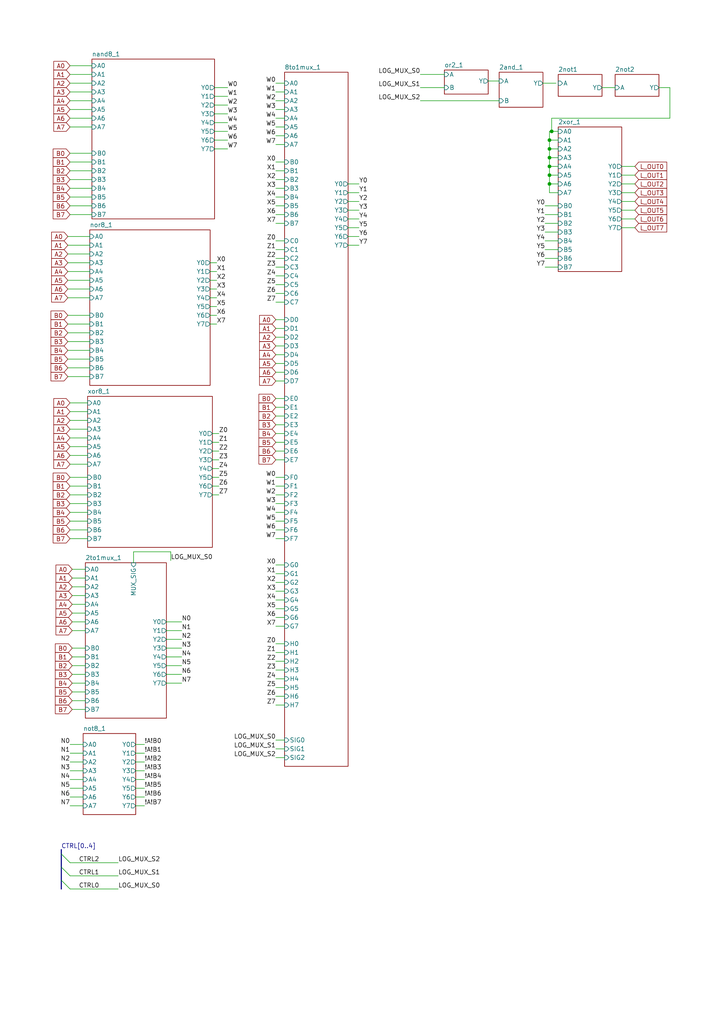
<source format=kicad_sch>
(kicad_sch
	(version 20250114)
	(generator "eeschema")
	(generator_version "9.0")
	(uuid "9c59990f-2fe5-4da7-bc07-d03b445b1465")
	(paper "A4" portrait)
	(lib_symbols)
	(junction
		(at 159.385 53.34)
		(diameter 0)
		(color 0 0 0 0)
		(uuid "30281507-376c-48c8-90a9-e014b4aad893")
	)
	(junction
		(at 159.385 50.8)
		(diameter 0)
		(color 0 0 0 0)
		(uuid "636e5176-7f76-4f7f-915c-758a3e481920")
	)
	(junction
		(at 159.385 40.64)
		(diameter 0)
		(color 0 0 0 0)
		(uuid "a2652b4e-ddda-495c-8cf1-1477235ded26")
	)
	(junction
		(at 159.385 48.26)
		(diameter 0)
		(color 0 0 0 0)
		(uuid "ab6b682b-69cb-4a7a-bff9-c0fe51afe828")
	)
	(junction
		(at 159.385 43.18)
		(diameter 0)
		(color 0 0 0 0)
		(uuid "e23690ee-a979-4b56-a6ff-4538bba31fee")
	)
	(junction
		(at 160.02 38.1)
		(diameter 0)
		(color 0 0 0 0)
		(uuid "e4d7e8e0-820f-4d38-8d74-a10cee7a895a")
	)
	(junction
		(at 159.385 45.72)
		(diameter 0)
		(color 0 0 0 0)
		(uuid "f9404ea1-6419-4d2c-b9a8-10191caaa6b4")
	)
	(bus_entry
		(at 17.78 255.27)
		(size 2.54 2.54)
		(stroke
			(width 0)
			(type default)
		)
		(uuid "32f2d438-93a7-422e-91ff-6359eda93534")
	)
	(bus_entry
		(at 17.78 247.65)
		(size 2.54 2.54)
		(stroke
			(width 0)
			(type default)
		)
		(uuid "44f7ed7c-25ff-4061-8f0f-72038c3b61b9")
	)
	(bus_entry
		(at 17.78 251.46)
		(size 2.54 2.54)
		(stroke
			(width 0)
			(type default)
		)
		(uuid "cc4c922c-0669-4da2-a3f4-b18bc593fa07")
	)
	(wire
		(pts
			(xy 20.32 44.45) (xy 26.67 44.45)
		)
		(stroke
			(width 0)
			(type default)
		)
		(uuid "02045931-6d7c-4e08-9bd5-d59124102f8b")
	)
	(wire
		(pts
			(xy 62.23 38.1) (xy 66.04 38.1)
		)
		(stroke
			(width 0)
			(type default)
		)
		(uuid "03993860-3fd6-4750-aaf2-c8dc6b5979fe")
	)
	(wire
		(pts
			(xy 19.685 76.2) (xy 26.035 76.2)
		)
		(stroke
			(width 0)
			(type default)
		)
		(uuid "039c9e20-e48b-499a-b3b5-69e1321d228b")
	)
	(wire
		(pts
			(xy 159.385 45.72) (xy 161.925 45.72)
		)
		(stroke
			(width 0)
			(type default)
		)
		(uuid "048ec8f0-5170-45b9-bf04-25fb85726f11")
	)
	(wire
		(pts
			(xy 184.15 58.42) (xy 180.34 58.42)
		)
		(stroke
			(width 0)
			(type default)
		)
		(uuid "04ec42c1-09de-4567-ba2e-41eba59b8e19")
	)
	(wire
		(pts
			(xy 20.955 190.5) (xy 24.765 190.5)
		)
		(stroke
			(width 0)
			(type default)
		)
		(uuid "0564acb5-7830-44d8-b11b-006425b6b5d4")
	)
	(bus
		(pts
			(xy 17.78 246.38) (xy 17.78 247.65)
		)
		(stroke
			(width 0)
			(type default)
		)
		(uuid "05a8fb64-df73-4fa3-a249-3832361c4dbe")
	)
	(wire
		(pts
			(xy 20.32 156.21) (xy 25.4 156.21)
		)
		(stroke
			(width 0)
			(type default)
		)
		(uuid "06c1aa77-e4c1-45d0-9cba-425f0cc6b697")
	)
	(wire
		(pts
			(xy 20.32 31.75) (xy 26.67 31.75)
		)
		(stroke
			(width 0)
			(type default)
		)
		(uuid "07c6ba00-69d6-4c1d-a78a-81ef48aa332b")
	)
	(wire
		(pts
			(xy 49.53 160.02) (xy 38.735 160.02)
		)
		(stroke
			(width 0)
			(type default)
		)
		(uuid "09c07c86-2a7c-4e0a-9eff-6e39becdd9aa")
	)
	(wire
		(pts
			(xy 100.965 53.34) (xy 104.14 53.34)
		)
		(stroke
			(width 0)
			(type default)
		)
		(uuid "0b832105-4dfc-4c38-8777-c64afe42feb2")
	)
	(wire
		(pts
			(xy 80.01 74.93) (xy 82.55 74.93)
		)
		(stroke
			(width 0)
			(type default)
		)
		(uuid "0c1c24d3-4193-4223-9fb9-fa7852d5dba3")
	)
	(wire
		(pts
			(xy 80.01 153.67) (xy 82.55 153.67)
		)
		(stroke
			(width 0)
			(type default)
		)
		(uuid "0c21ce47-8fd5-4d12-a596-d98faf6d827a")
	)
	(wire
		(pts
			(xy 20.955 180.34) (xy 24.765 180.34)
		)
		(stroke
			(width 0)
			(type default)
		)
		(uuid "0c54bb9c-8d2d-43e3-ad30-2c484163c3d3")
	)
	(wire
		(pts
			(xy 20.32 54.61) (xy 26.67 54.61)
		)
		(stroke
			(width 0)
			(type default)
		)
		(uuid "0d20dc9d-e33a-446d-a94d-f2f73363bbec")
	)
	(wire
		(pts
			(xy 20.955 205.74) (xy 24.765 205.74)
		)
		(stroke
			(width 0)
			(type default)
		)
		(uuid "0d5e5ed8-1357-4b5d-99c7-7daa41f8764a")
	)
	(wire
		(pts
			(xy 100.965 71.12) (xy 104.14 71.12)
		)
		(stroke
			(width 0)
			(type default)
		)
		(uuid "0d99404c-10c1-40d5-8f2a-f57c2fbb29d9")
	)
	(wire
		(pts
			(xy 49.53 160.02) (xy 49.53 162.56)
		)
		(stroke
			(width 0)
			(type default)
		)
		(uuid "0f985ce9-4d5e-41fd-9385-a29c35302696")
	)
	(wire
		(pts
			(xy 20.32 257.81) (xy 34.29 257.81)
		)
		(stroke
			(width 0)
			(type default)
		)
		(uuid "109d59d2-6dac-486e-8d26-c610d2730b96")
	)
	(wire
		(pts
			(xy 60.96 93.98) (xy 62.865 93.98)
		)
		(stroke
			(width 0)
			(type default)
		)
		(uuid "10ed7467-f142-4f3d-ac41-b08147daade1")
	)
	(wire
		(pts
			(xy 80.01 133.35) (xy 82.55 133.35)
		)
		(stroke
			(width 0)
			(type default)
		)
		(uuid "11edc2c3-8c90-4494-b148-a25f1aa86214")
	)
	(wire
		(pts
			(xy 80.01 39.37) (xy 82.55 39.37)
		)
		(stroke
			(width 0)
			(type default)
		)
		(uuid "125b7159-0ba7-4fe7-aad7-eda7a5cc3b54")
	)
	(wire
		(pts
			(xy 80.01 176.53) (xy 82.55 176.53)
		)
		(stroke
			(width 0)
			(type default)
		)
		(uuid "13bd4905-84a3-442f-9912-6344e7a4e804")
	)
	(wire
		(pts
			(xy 158.115 64.77) (xy 161.925 64.77)
		)
		(stroke
			(width 0)
			(type default)
		)
		(uuid "1523a077-9fc0-46f9-bc09-1b20b79121c2")
	)
	(wire
		(pts
			(xy 61.595 138.43) (xy 63.5 138.43)
		)
		(stroke
			(width 0)
			(type default)
		)
		(uuid "163662c2-3377-47c0-adaf-a9b5edb2c824")
	)
	(wire
		(pts
			(xy 60.96 81.28) (xy 62.865 81.28)
		)
		(stroke
			(width 0)
			(type default)
		)
		(uuid "173077f0-cb72-47af-9349-70f02051781b")
	)
	(wire
		(pts
			(xy 62.23 30.48) (xy 66.04 30.48)
		)
		(stroke
			(width 0)
			(type default)
		)
		(uuid "17ae4b4a-ebfb-40b9-adf2-24c341164d32")
	)
	(wire
		(pts
			(xy 158.115 59.69) (xy 161.925 59.69)
		)
		(stroke
			(width 0)
			(type default)
		)
		(uuid "1825f4ab-0c40-4551-9bd0-14d193e8a012")
	)
	(wire
		(pts
			(xy 20.955 187.96) (xy 24.765 187.96)
		)
		(stroke
			(width 0)
			(type default)
		)
		(uuid "183b69fe-28b6-4a7a-9da9-d51fb23d2412")
	)
	(wire
		(pts
			(xy 20.955 182.88) (xy 24.765 182.88)
		)
		(stroke
			(width 0)
			(type default)
		)
		(uuid "1c0899cd-7036-4b5a-ad8e-bcce7448d86a")
	)
	(wire
		(pts
			(xy 41.91 233.68) (xy 39.37 233.68)
		)
		(stroke
			(width 0)
			(type default)
		)
		(uuid "1e5aa00f-3186-4398-be58-e04768f3c612")
	)
	(wire
		(pts
			(xy 80.01 138.43) (xy 82.55 138.43)
		)
		(stroke
			(width 0)
			(type default)
		)
		(uuid "1ed434ec-b469-4f96-9143-de9dead03f62")
	)
	(wire
		(pts
			(xy 41.91 228.6) (xy 39.37 228.6)
		)
		(stroke
			(width 0)
			(type default)
		)
		(uuid "205c7aa7-efd6-42a8-b2fa-ec996050ed8d")
	)
	(wire
		(pts
			(xy 80.01 191.77) (xy 82.55 191.77)
		)
		(stroke
			(width 0)
			(type default)
		)
		(uuid "218f52f5-2125-4611-a2c2-01475f716a84")
	)
	(wire
		(pts
			(xy 80.01 69.85) (xy 82.55 69.85)
		)
		(stroke
			(width 0)
			(type default)
		)
		(uuid "23979943-799b-4dc1-925d-d28cb53418b0")
	)
	(wire
		(pts
			(xy 159.385 55.88) (xy 159.385 53.34)
		)
		(stroke
			(width 0)
			(type default)
		)
		(uuid "2400fbd2-fba5-47bd-99cc-b37dbb3785f5")
	)
	(wire
		(pts
			(xy 80.01 105.41) (xy 82.55 105.41)
		)
		(stroke
			(width 0)
			(type default)
		)
		(uuid "24533a2d-1d6a-451b-95ac-d7f43c240a75")
	)
	(wire
		(pts
			(xy 80.01 54.61) (xy 82.55 54.61)
		)
		(stroke
			(width 0)
			(type default)
		)
		(uuid "26237783-0403-4b0b-a299-0b7d0dac5ee9")
	)
	(wire
		(pts
			(xy 60.96 76.2) (xy 62.865 76.2)
		)
		(stroke
			(width 0)
			(type default)
		)
		(uuid "2711ffc6-f3de-4e8d-83d7-badcef98cad5")
	)
	(wire
		(pts
			(xy 61.595 135.89) (xy 63.5 135.89)
		)
		(stroke
			(width 0)
			(type default)
		)
		(uuid "28621d93-b63d-40e2-ba2b-d2f0d1ab2943")
	)
	(wire
		(pts
			(xy 20.955 177.8) (xy 24.765 177.8)
		)
		(stroke
			(width 0)
			(type default)
		)
		(uuid "29e51e99-5aad-4819-8598-ca20dbf4812b")
	)
	(wire
		(pts
			(xy 60.96 83.82) (xy 62.865 83.82)
		)
		(stroke
			(width 0)
			(type default)
		)
		(uuid "2a035c66-35a0-4e5a-b956-c7166742976b")
	)
	(wire
		(pts
			(xy 20.32 119.38) (xy 25.4 119.38)
		)
		(stroke
			(width 0)
			(type default)
		)
		(uuid "2c898cb2-8478-4b4a-a34f-01cec0bf301e")
	)
	(wire
		(pts
			(xy 20.32 143.51) (xy 25.4 143.51)
		)
		(stroke
			(width 0)
			(type default)
		)
		(uuid "2ca99b26-a722-470c-8570-4f55b653972d")
	)
	(wire
		(pts
			(xy 19.685 71.12) (xy 26.035 71.12)
		)
		(stroke
			(width 0)
			(type default)
		)
		(uuid "2e2a0b84-0956-4c16-820f-bffbb27df89c")
	)
	(wire
		(pts
			(xy 19.685 93.98) (xy 26.035 93.98)
		)
		(stroke
			(width 0)
			(type default)
		)
		(uuid "2e86c471-462a-44b0-a7bf-4158f7e4f5f8")
	)
	(bus
		(pts
			(xy 17.78 247.65) (xy 17.78 251.46)
		)
		(stroke
			(width 0)
			(type default)
		)
		(uuid "2ec4cbd6-8681-4287-9dd1-dafb07106ec4")
	)
	(wire
		(pts
			(xy 61.595 140.97) (xy 63.5 140.97)
		)
		(stroke
			(width 0)
			(type default)
		)
		(uuid "2fccf9f5-4e1d-4984-9231-223684da0e93")
	)
	(wire
		(pts
			(xy 158.115 77.47) (xy 161.925 77.47)
		)
		(stroke
			(width 0)
			(type default)
		)
		(uuid "322f0ba0-a693-4803-8066-a928571d5263")
	)
	(wire
		(pts
			(xy 80.01 123.19) (xy 82.55 123.19)
		)
		(stroke
			(width 0)
			(type default)
		)
		(uuid "32eb71d2-9d0a-4a08-b0b4-15306bc4a8c6")
	)
	(wire
		(pts
			(xy 20.955 175.26) (xy 24.765 175.26)
		)
		(stroke
			(width 0)
			(type default)
		)
		(uuid "33445d3e-f048-47a4-8d40-f0791914ab69")
	)
	(wire
		(pts
			(xy 20.955 193.04) (xy 24.765 193.04)
		)
		(stroke
			(width 0)
			(type default)
		)
		(uuid "3360905f-ca3e-4824-bd19-fd109734a909")
	)
	(wire
		(pts
			(xy 41.91 223.52) (xy 39.37 223.52)
		)
		(stroke
			(width 0)
			(type default)
		)
		(uuid "36002ccc-334b-41ed-a04d-d4385a72b055")
	)
	(wire
		(pts
			(xy 80.01 194.31) (xy 82.55 194.31)
		)
		(stroke
			(width 0)
			(type default)
		)
		(uuid "3737788c-37e3-4abe-8121-8ec69a300c91")
	)
	(wire
		(pts
			(xy 20.32 124.46) (xy 25.4 124.46)
		)
		(stroke
			(width 0)
			(type default)
		)
		(uuid "37d047fe-8ca6-4d2c-a226-d10f65fe040c")
	)
	(wire
		(pts
			(xy 159.385 53.34) (xy 159.385 50.8)
		)
		(stroke
			(width 0)
			(type default)
		)
		(uuid "38cd986d-9490-4523-818b-2e3975d2947c")
	)
	(wire
		(pts
			(xy 80.01 85.09) (xy 82.55 85.09)
		)
		(stroke
			(width 0)
			(type default)
		)
		(uuid "3b445bc1-a3bf-483a-a31b-0d62884aa3ea")
	)
	(wire
		(pts
			(xy 159.385 43.18) (xy 161.925 43.18)
		)
		(stroke
			(width 0)
			(type default)
		)
		(uuid "3b522e81-982e-4c23-9aed-44581dd02cf5")
	)
	(wire
		(pts
			(xy 80.01 179.07) (xy 82.55 179.07)
		)
		(stroke
			(width 0)
			(type default)
		)
		(uuid "3bee1e4a-da87-4843-a266-2e8fa235d689")
	)
	(wire
		(pts
			(xy 20.32 146.05) (xy 25.4 146.05)
		)
		(stroke
			(width 0)
			(type default)
		)
		(uuid "3c44ed17-dd57-4b46-91c2-796ff52f250b")
	)
	(wire
		(pts
			(xy 20.32 34.29) (xy 26.67 34.29)
		)
		(stroke
			(width 0)
			(type default)
		)
		(uuid "3c747ae0-3b3e-41fe-834b-e0d9dbdd3392")
	)
	(wire
		(pts
			(xy 20.32 129.54) (xy 25.4 129.54)
		)
		(stroke
			(width 0)
			(type default)
		)
		(uuid "3ceabfdd-2daa-4846-92f8-2636fea606e5")
	)
	(wire
		(pts
			(xy 80.01 189.23) (xy 82.55 189.23)
		)
		(stroke
			(width 0)
			(type default)
		)
		(uuid "3ceccab8-891c-4a33-b59b-5d7fbe90d3c6")
	)
	(wire
		(pts
			(xy 80.01 168.91) (xy 82.55 168.91)
		)
		(stroke
			(width 0)
			(type default)
		)
		(uuid "3cf6ba15-1094-41c7-873e-634f77a74203")
	)
	(wire
		(pts
			(xy 80.01 97.79) (xy 82.55 97.79)
		)
		(stroke
			(width 0)
			(type default)
		)
		(uuid "3db5c7fd-7c81-4158-80b8-fbe6f23ff5ff")
	)
	(wire
		(pts
			(xy 184.15 48.26) (xy 180.34 48.26)
		)
		(stroke
			(width 0)
			(type default)
		)
		(uuid "40a95abb-06ec-4d39-8847-a3b4879bd845")
	)
	(wire
		(pts
			(xy 184.15 66.04) (xy 180.34 66.04)
		)
		(stroke
			(width 0)
			(type default)
		)
		(uuid "4263b202-0bc5-4c6f-b94f-77306f325891")
	)
	(wire
		(pts
			(xy 80.01 214.63) (xy 82.55 214.63)
		)
		(stroke
			(width 0)
			(type default)
		)
		(uuid "429d0a7d-529e-4356-a153-7ea2dbbd8247")
	)
	(wire
		(pts
			(xy 20.32 231.14) (xy 24.13 231.14)
		)
		(stroke
			(width 0)
			(type default)
		)
		(uuid "42b9beb2-ec72-4cce-8b8d-260e9ca2c590")
	)
	(wire
		(pts
			(xy 19.685 68.58) (xy 26.035 68.58)
		)
		(stroke
			(width 0)
			(type default)
		)
		(uuid "439f8e01-c888-49b6-97bc-c18a98d1ceb2")
	)
	(wire
		(pts
			(xy 19.685 86.36) (xy 26.035 86.36)
		)
		(stroke
			(width 0)
			(type default)
		)
		(uuid "44da1b45-dae7-4903-b567-47ffc17fa274")
	)
	(wire
		(pts
			(xy 20.32 127) (xy 25.4 127)
		)
		(stroke
			(width 0)
			(type default)
		)
		(uuid "46ae9aeb-b4a3-45dc-8774-1a4751b724dc")
	)
	(wire
		(pts
			(xy 20.32 19.05) (xy 26.67 19.05)
		)
		(stroke
			(width 0)
			(type default)
		)
		(uuid "46d9c478-d8f6-4435-aa45-954f2448e25d")
	)
	(wire
		(pts
			(xy 80.01 146.05) (xy 82.55 146.05)
		)
		(stroke
			(width 0)
			(type default)
		)
		(uuid "47c61a12-5237-42fc-bda4-ca199078111b")
	)
	(wire
		(pts
			(xy 80.01 29.21) (xy 82.55 29.21)
		)
		(stroke
			(width 0)
			(type default)
		)
		(uuid "483fc19f-1801-4688-babd-bff04d4f114b")
	)
	(wire
		(pts
			(xy 19.685 81.28) (xy 26.035 81.28)
		)
		(stroke
			(width 0)
			(type default)
		)
		(uuid "493ba916-2877-433c-a880-26d4833c108b")
	)
	(wire
		(pts
			(xy 60.96 78.74) (xy 62.865 78.74)
		)
		(stroke
			(width 0)
			(type default)
		)
		(uuid "49536de6-3671-43b2-a6c6-19472586180d")
	)
	(wire
		(pts
			(xy 100.965 58.42) (xy 104.14 58.42)
		)
		(stroke
			(width 0)
			(type default)
		)
		(uuid "4cb8d28b-91ff-4012-8641-2d0c5ae3f41c")
	)
	(wire
		(pts
			(xy 184.15 60.96) (xy 180.34 60.96)
		)
		(stroke
			(width 0)
			(type default)
		)
		(uuid "4d4853d6-e9fb-4295-a926-0099cc5684d8")
	)
	(wire
		(pts
			(xy 20.32 138.43) (xy 25.4 138.43)
		)
		(stroke
			(width 0)
			(type default)
		)
		(uuid "4f4e4d13-e6d3-41d7-b02e-4996b5fabd92")
	)
	(wire
		(pts
			(xy 184.15 63.5) (xy 180.34 63.5)
		)
		(stroke
			(width 0)
			(type default)
		)
		(uuid "5130ec49-8c0a-4b67-8fbb-f790b6562935")
	)
	(wire
		(pts
			(xy 20.955 203.2) (xy 24.765 203.2)
		)
		(stroke
			(width 0)
			(type default)
		)
		(uuid "51c63bf3-2c6b-4926-bf89-6994cb3398dd")
	)
	(wire
		(pts
			(xy 20.32 215.9) (xy 24.13 215.9)
		)
		(stroke
			(width 0)
			(type default)
		)
		(uuid "52e39321-df7c-4ea9-84bd-df5c5cf93696")
	)
	(wire
		(pts
			(xy 159.385 50.8) (xy 161.925 50.8)
		)
		(stroke
			(width 0)
			(type default)
		)
		(uuid "5356d87e-920f-44e5-add9-06c7d4e1f42c")
	)
	(wire
		(pts
			(xy 20.32 21.59) (xy 26.67 21.59)
		)
		(stroke
			(width 0)
			(type default)
		)
		(uuid "539b5cde-2a81-454d-b955-dcd6dc1b5057")
	)
	(wire
		(pts
			(xy 80.01 217.17) (xy 82.55 217.17)
		)
		(stroke
			(width 0)
			(type default)
		)
		(uuid "53d85b7b-9e63-49e4-afbb-1f1f6c278170")
	)
	(wire
		(pts
			(xy 159.385 40.64) (xy 161.925 40.64)
		)
		(stroke
			(width 0)
			(type default)
		)
		(uuid "550f85bc-427c-493e-b669-6b6a20a94dd2")
	)
	(wire
		(pts
			(xy 20.32 46.99) (xy 26.67 46.99)
		)
		(stroke
			(width 0)
			(type default)
		)
		(uuid "57f3b212-65a2-49e0-b1ec-e7b805ba584f")
	)
	(wire
		(pts
			(xy 20.32 153.67) (xy 25.4 153.67)
		)
		(stroke
			(width 0)
			(type default)
		)
		(uuid "5876bc36-43fa-4856-9af8-22ce18916f0f")
	)
	(wire
		(pts
			(xy 80.01 166.37) (xy 82.55 166.37)
		)
		(stroke
			(width 0)
			(type default)
		)
		(uuid "5881ec83-e302-40a4-b4ad-414d7ced1256")
	)
	(wire
		(pts
			(xy 20.32 140.97) (xy 25.4 140.97)
		)
		(stroke
			(width 0)
			(type default)
		)
		(uuid "5e64685c-d45c-4673-83b1-92dc1d0bd585")
	)
	(wire
		(pts
			(xy 52.705 193.04) (xy 48.26 193.04)
		)
		(stroke
			(width 0)
			(type default)
		)
		(uuid "61d143b8-d671-4ce6-84fc-5502adb42fc7")
	)
	(wire
		(pts
			(xy 61.595 133.35) (xy 63.5 133.35)
		)
		(stroke
			(width 0)
			(type default)
		)
		(uuid "62439a12-db48-4070-8de6-1edc68c495f8")
	)
	(wire
		(pts
			(xy 20.32 29.21) (xy 26.67 29.21)
		)
		(stroke
			(width 0)
			(type default)
		)
		(uuid "632c6e6e-ab5d-407b-aacf-27915f5d86ed")
	)
	(wire
		(pts
			(xy 80.01 46.99) (xy 82.55 46.99)
		)
		(stroke
			(width 0)
			(type default)
		)
		(uuid "63a01335-62fc-423b-8be1-50480a536e75")
	)
	(wire
		(pts
			(xy 121.92 29.21) (xy 144.78 29.21)
		)
		(stroke
			(width 0)
			(type default)
		)
		(uuid "63bdd07b-6cdb-4aad-9b92-c7b3d60fdfa9")
	)
	(wire
		(pts
			(xy 20.955 165.1) (xy 24.765 165.1)
		)
		(stroke
			(width 0)
			(type default)
		)
		(uuid "6476d481-4ba8-4abf-b50f-b2bd48e5f485")
	)
	(wire
		(pts
			(xy 41.91 218.44) (xy 39.37 218.44)
		)
		(stroke
			(width 0)
			(type default)
		)
		(uuid "6492b8b4-d6ac-48f0-88f5-014eeedaa58b")
	)
	(wire
		(pts
			(xy 20.32 250.19) (xy 34.29 250.19)
		)
		(stroke
			(width 0)
			(type default)
		)
		(uuid "64fa2981-92aa-4554-9b19-2915f1c02ffb")
	)
	(wire
		(pts
			(xy 157.48 24.13) (xy 161.29 24.13)
		)
		(stroke
			(width 0)
			(type default)
		)
		(uuid "6549712a-78ca-4498-8552-338df727019f")
	)
	(wire
		(pts
			(xy 20.32 26.67) (xy 26.67 26.67)
		)
		(stroke
			(width 0)
			(type default)
		)
		(uuid "68984e33-f92a-4e23-a533-314ad4ab5064")
	)
	(wire
		(pts
			(xy 48.26 195.58) (xy 52.705 195.58)
		)
		(stroke
			(width 0)
			(type default)
		)
		(uuid "6b9073dd-d308-4db1-82bd-5675234850cb")
	)
	(wire
		(pts
			(xy 80.01 118.11) (xy 82.55 118.11)
		)
		(stroke
			(width 0)
			(type default)
		)
		(uuid "6c490cda-6b18-4e65-8346-e1205783596e")
	)
	(wire
		(pts
			(xy 80.01 100.33) (xy 82.55 100.33)
		)
		(stroke
			(width 0)
			(type default)
		)
		(uuid "6c998bde-17e4-4791-86ce-40dc94cb992f")
	)
	(wire
		(pts
			(xy 20.955 172.72) (xy 24.765 172.72)
		)
		(stroke
			(width 0)
			(type default)
		)
		(uuid "6cb34b7a-dc08-482b-981b-f47d2c9a85f9")
	)
	(wire
		(pts
			(xy 80.01 57.15) (xy 82.55 57.15)
		)
		(stroke
			(width 0)
			(type default)
		)
		(uuid "6d8111ee-8618-4bf6-8a96-2505284246ac")
	)
	(wire
		(pts
			(xy 80.01 72.39) (xy 82.55 72.39)
		)
		(stroke
			(width 0)
			(type default)
		)
		(uuid "70b0b73f-b8ba-4207-be32-c11997bb45f7")
	)
	(wire
		(pts
			(xy 80.01 95.25) (xy 82.55 95.25)
		)
		(stroke
			(width 0)
			(type default)
		)
		(uuid "714ce2ef-a8cf-4b8e-ade6-a2bbbeae5c65")
	)
	(wire
		(pts
			(xy 20.32 233.68) (xy 24.13 233.68)
		)
		(stroke
			(width 0)
			(type default)
		)
		(uuid "72051be8-3272-4013-be57-9f6d5e2f4fc7")
	)
	(wire
		(pts
			(xy 158.115 72.39) (xy 161.925 72.39)
		)
		(stroke
			(width 0)
			(type default)
		)
		(uuid "728ea6fe-35d4-4a71-a582-2d06476559e4")
	)
	(wire
		(pts
			(xy 19.685 78.74) (xy 26.035 78.74)
		)
		(stroke
			(width 0)
			(type default)
		)
		(uuid "72f8f722-a920-41c1-a03f-33d781f2e920")
	)
	(wire
		(pts
			(xy 100.965 63.5) (xy 104.14 63.5)
		)
		(stroke
			(width 0)
			(type default)
		)
		(uuid "779a4fd2-2e9b-429b-893b-a74760199e5c")
	)
	(wire
		(pts
			(xy 80.01 186.69) (xy 82.55 186.69)
		)
		(stroke
			(width 0)
			(type default)
		)
		(uuid "78130232-75bb-4f8e-a5ee-fdba3b62c296")
	)
	(wire
		(pts
			(xy 80.01 199.39) (xy 82.55 199.39)
		)
		(stroke
			(width 0)
			(type default)
		)
		(uuid "7915de4e-f19f-477b-9f3e-1a8d03cb5df6")
	)
	(wire
		(pts
			(xy 104.14 68.58) (xy 100.965 68.58)
		)
		(stroke
			(width 0)
			(type default)
		)
		(uuid "792f90e6-bfa7-468b-b34c-a5b09c39b583")
	)
	(wire
		(pts
			(xy 41.91 226.06) (xy 39.37 226.06)
		)
		(stroke
			(width 0)
			(type default)
		)
		(uuid "7b31bc23-2053-4979-be72-86b945ef31dd")
	)
	(wire
		(pts
			(xy 80.01 143.51) (xy 82.55 143.51)
		)
		(stroke
			(width 0)
			(type default)
		)
		(uuid "7c79895b-ee2a-4c44-a435-d40c84d4cec3")
	)
	(wire
		(pts
			(xy 19.685 109.22) (xy 26.035 109.22)
		)
		(stroke
			(width 0)
			(type default)
		)
		(uuid "7cf91ca1-67b4-46c7-a5bf-ac5187ea6f82")
	)
	(wire
		(pts
			(xy 61.595 125.73) (xy 63.5 125.73)
		)
		(stroke
			(width 0)
			(type default)
		)
		(uuid "7dbdcf78-0094-4586-af87-e55ba347cd70")
	)
	(wire
		(pts
			(xy 20.32 228.6) (xy 24.13 228.6)
		)
		(stroke
			(width 0)
			(type default)
		)
		(uuid "7e178c56-eb38-4244-890b-1352f41ab23c")
	)
	(wire
		(pts
			(xy 20.32 134.62) (xy 25.4 134.62)
		)
		(stroke
			(width 0)
			(type default)
		)
		(uuid "7fd3945d-53e5-437f-8fad-a60f3c884989")
	)
	(wire
		(pts
			(xy 80.01 173.99) (xy 82.55 173.99)
		)
		(stroke
			(width 0)
			(type default)
		)
		(uuid "804b25f4-b0c0-4ff7-8396-d3f8dee8f731")
	)
	(wire
		(pts
			(xy 62.23 25.4) (xy 66.04 25.4)
		)
		(stroke
			(width 0)
			(type default)
		)
		(uuid "81e27ecd-65bd-42ef-83c2-a0a4fb759ee5")
	)
	(wire
		(pts
			(xy 80.01 92.71) (xy 82.55 92.71)
		)
		(stroke
			(width 0)
			(type default)
		)
		(uuid "838d2366-6d5c-4f8d-909d-22fae7c9a939")
	)
	(wire
		(pts
			(xy 62.23 43.18) (xy 66.04 43.18)
		)
		(stroke
			(width 0)
			(type default)
		)
		(uuid "83fcb064-7870-4a90-85a5-79be44dc5a48")
	)
	(wire
		(pts
			(xy 80.01 102.87) (xy 82.55 102.87)
		)
		(stroke
			(width 0)
			(type default)
		)
		(uuid "84499aa1-c65a-46f7-b46e-fb0b4f24d03e")
	)
	(wire
		(pts
			(xy 19.685 101.6) (xy 26.035 101.6)
		)
		(stroke
			(width 0)
			(type default)
		)
		(uuid "84627017-05d4-411c-9548-4bd1e81854de")
	)
	(wire
		(pts
			(xy 160.02 34.29) (xy 194.31 34.29)
		)
		(stroke
			(width 0)
			(type default)
		)
		(uuid "86ab0caf-f01f-4a0a-9dee-ebd6ad5b96d8")
	)
	(wire
		(pts
			(xy 20.32 220.98) (xy 24.13 220.98)
		)
		(stroke
			(width 0)
			(type default)
		)
		(uuid "86f43af5-3408-40a2-b35f-1d82efa3d0b8")
	)
	(wire
		(pts
			(xy 62.23 27.94) (xy 66.04 27.94)
		)
		(stroke
			(width 0)
			(type default)
		)
		(uuid "87babf50-c4c8-46c1-903c-718c2fa454c8")
	)
	(wire
		(pts
			(xy 184.15 55.88) (xy 180.34 55.88)
		)
		(stroke
			(width 0)
			(type default)
		)
		(uuid "8871322a-f569-4f73-aaa7-55e152ac4b56")
	)
	(wire
		(pts
			(xy 80.01 41.91) (xy 82.55 41.91)
		)
		(stroke
			(width 0)
			(type default)
		)
		(uuid "88d23f99-463b-4471-87f9-a8fac2155301")
	)
	(wire
		(pts
			(xy 19.685 96.52) (xy 26.035 96.52)
		)
		(stroke
			(width 0)
			(type default)
		)
		(uuid "88d802ac-1247-488c-8d2a-bd58d4313c2c")
	)
	(wire
		(pts
			(xy 20.32 218.44) (xy 24.13 218.44)
		)
		(stroke
			(width 0)
			(type default)
		)
		(uuid "88dc0252-1e92-4ac9-b74d-c81c94a89641")
	)
	(wire
		(pts
			(xy 184.15 50.8) (xy 180.34 50.8)
		)
		(stroke
			(width 0)
			(type default)
		)
		(uuid "8bfa2a44-3760-4b38-be38-ce5bfe104b2f")
	)
	(wire
		(pts
			(xy 20.32 49.53) (xy 26.67 49.53)
		)
		(stroke
			(width 0)
			(type default)
		)
		(uuid "8cd3ea29-cc6b-4a96-a2aa-78d88e9bc8ab")
	)
	(wire
		(pts
			(xy 20.955 195.58) (xy 24.765 195.58)
		)
		(stroke
			(width 0)
			(type default)
		)
		(uuid "8f5f5250-fada-4baa-8930-24ae1b92fbc8")
	)
	(wire
		(pts
			(xy 159.385 53.34) (xy 161.925 53.34)
		)
		(stroke
			(width 0)
			(type default)
		)
		(uuid "96025242-112b-4b4a-9a9c-c84ca7dcab04")
	)
	(wire
		(pts
			(xy 80.01 130.81) (xy 82.55 130.81)
		)
		(stroke
			(width 0)
			(type default)
		)
		(uuid "9805ba6a-0e12-4e20-9def-27208b6f0585")
	)
	(wire
		(pts
			(xy 20.32 24.13) (xy 26.67 24.13)
		)
		(stroke
			(width 0)
			(type default)
		)
		(uuid "980e75da-4734-48f5-85ab-cbd6c401591e")
	)
	(wire
		(pts
			(xy 48.26 190.5) (xy 52.705 190.5)
		)
		(stroke
			(width 0)
			(type default)
		)
		(uuid "983b83e3-15a7-45c2-9451-412655ed216f")
	)
	(wire
		(pts
			(xy 158.115 67.31) (xy 161.925 67.31)
		)
		(stroke
			(width 0)
			(type default)
		)
		(uuid "98baf3c1-2af5-4ab4-9d0f-dd8b1cdbb39b")
	)
	(wire
		(pts
			(xy 19.685 104.14) (xy 26.035 104.14)
		)
		(stroke
			(width 0)
			(type default)
		)
		(uuid "991e7b4a-f928-4246-984b-f9853878d035")
	)
	(wire
		(pts
			(xy 80.01 24.13) (xy 82.55 24.13)
		)
		(stroke
			(width 0)
			(type default)
		)
		(uuid "9c26eb3a-4d45-4e84-a886-46823bf762c6")
	)
	(wire
		(pts
			(xy 20.32 148.59) (xy 25.4 148.59)
		)
		(stroke
			(width 0)
			(type default)
		)
		(uuid "9def1fc0-5cf6-47ca-8fc2-7f9c538c871a")
	)
	(wire
		(pts
			(xy 80.01 115.57) (xy 82.55 115.57)
		)
		(stroke
			(width 0)
			(type default)
		)
		(uuid "9f05862e-4d1e-4de7-b551-8813a57ac75a")
	)
	(wire
		(pts
			(xy 80.01 204.47) (xy 82.55 204.47)
		)
		(stroke
			(width 0)
			(type default)
		)
		(uuid "a0cb23c2-2112-401e-b60d-93fd38a3f3eb")
	)
	(wire
		(pts
			(xy 159.385 38.1) (xy 159.385 40.64)
		)
		(stroke
			(width 0)
			(type default)
		)
		(uuid "a17e1b22-8406-4e2b-a119-2b6f368f88e8")
	)
	(wire
		(pts
			(xy 80.01 120.65) (xy 82.55 120.65)
		)
		(stroke
			(width 0)
			(type default)
		)
		(uuid "a1bb6adf-8bbe-42fa-8ad8-4eac5178786c")
	)
	(wire
		(pts
			(xy 19.685 91.44) (xy 26.035 91.44)
		)
		(stroke
			(width 0)
			(type default)
		)
		(uuid "a1fa6a5a-b946-47d3-af9d-87d0315d7833")
	)
	(wire
		(pts
			(xy 20.32 223.52) (xy 24.13 223.52)
		)
		(stroke
			(width 0)
			(type default)
		)
		(uuid "a2310397-441a-451d-aaa1-869928c41ddc")
	)
	(wire
		(pts
			(xy 80.01 62.23) (xy 82.55 62.23)
		)
		(stroke
			(width 0)
			(type default)
		)
		(uuid "a7417f9e-f31b-41b4-b4b4-a69557e60702")
	)
	(wire
		(pts
			(xy 48.26 185.42) (xy 52.705 185.42)
		)
		(stroke
			(width 0)
			(type default)
		)
		(uuid "a8712ec6-9ad6-456e-a196-9b610784b95f")
	)
	(wire
		(pts
			(xy 20.32 151.13) (xy 25.4 151.13)
		)
		(stroke
			(width 0)
			(type default)
		)
		(uuid "aba399ff-4cb9-441f-b74d-bfacf8f6936b")
	)
	(wire
		(pts
			(xy 159.385 38.1) (xy 160.02 38.1)
		)
		(stroke
			(width 0)
			(type default)
		)
		(uuid "ad69d97c-564c-44f7-a31f-6a8aba831e57")
	)
	(wire
		(pts
			(xy 159.385 43.18) (xy 159.385 40.64)
		)
		(stroke
			(width 0)
			(type default)
		)
		(uuid "adb29d65-ab7e-4b8a-a401-9e1c8e28051d")
	)
	(wire
		(pts
			(xy 41.91 231.14) (xy 39.37 231.14)
		)
		(stroke
			(width 0)
			(type default)
		)
		(uuid "ae937c2c-a277-48f5-9f35-96c230caaeae")
	)
	(wire
		(pts
			(xy 174.625 25.4) (xy 178.435 25.4)
		)
		(stroke
			(width 0)
			(type default)
		)
		(uuid "aece6b36-0866-4273-af8c-99527fff6a55")
	)
	(wire
		(pts
			(xy 80.01 140.97) (xy 82.55 140.97)
		)
		(stroke
			(width 0)
			(type default)
		)
		(uuid "af894e53-7778-4d1a-ad96-523884177647")
	)
	(wire
		(pts
			(xy 48.26 180.34) (xy 52.705 180.34)
		)
		(stroke
			(width 0)
			(type default)
		)
		(uuid "afa4cb07-3205-4bd7-9c72-19c007de1e59")
	)
	(wire
		(pts
			(xy 20.32 36.83) (xy 26.67 36.83)
		)
		(stroke
			(width 0)
			(type default)
		)
		(uuid "b036ab6f-6f53-4d7a-a765-9a009d09d15b")
	)
	(wire
		(pts
			(xy 160.02 38.1) (xy 160.02 34.29)
		)
		(stroke
			(width 0)
			(type default)
		)
		(uuid "b1cde1f9-e949-4275-8282-6b6742897c63")
	)
	(wire
		(pts
			(xy 62.23 40.64) (xy 66.04 40.64)
		)
		(stroke
			(width 0)
			(type default)
		)
		(uuid "b285fb9b-f2ed-4c06-a6ab-bf1e511b2be0")
	)
	(wire
		(pts
			(xy 80.01 49.53) (xy 82.55 49.53)
		)
		(stroke
			(width 0)
			(type default)
		)
		(uuid "b39ce796-8cd7-460f-8d41-13fd5bdb2619")
	)
	(wire
		(pts
			(xy 158.115 62.23) (xy 161.925 62.23)
		)
		(stroke
			(width 0)
			(type default)
		)
		(uuid "b3af18a3-c668-454d-ba7a-a408774e2e80")
	)
	(wire
		(pts
			(xy 80.01 181.61) (xy 82.55 181.61)
		)
		(stroke
			(width 0)
			(type default)
		)
		(uuid "b3bdeeb2-3bff-4769-9105-ac6a82cba408")
	)
	(wire
		(pts
			(xy 20.32 52.07) (xy 26.67 52.07)
		)
		(stroke
			(width 0)
			(type default)
		)
		(uuid "b472c494-a49e-40f7-b4b1-05703dcee5b0")
	)
	(wire
		(pts
			(xy 19.685 99.06) (xy 26.035 99.06)
		)
		(stroke
			(width 0)
			(type default)
		)
		(uuid "b53d2f12-2de3-4c96-acea-e96f8314a76d")
	)
	(wire
		(pts
			(xy 184.15 53.34) (xy 180.34 53.34)
		)
		(stroke
			(width 0)
			(type default)
		)
		(uuid "b55edaf8-3f27-494c-85e5-08373573c501")
	)
	(wire
		(pts
			(xy 62.23 33.02) (xy 66.04 33.02)
		)
		(stroke
			(width 0)
			(type default)
		)
		(uuid "b59b7db4-d8bb-49cc-a87f-5eb44a48d2a9")
	)
	(wire
		(pts
			(xy 159.385 50.8) (xy 159.385 48.26)
		)
		(stroke
			(width 0)
			(type default)
		)
		(uuid "b6a116fb-0ce4-4212-ac56-fdb2c303c780")
	)
	(wire
		(pts
			(xy 80.01 82.55) (xy 82.55 82.55)
		)
		(stroke
			(width 0)
			(type default)
		)
		(uuid "b72efec7-1c6e-4d2f-b62f-3f3b3e2f0f65")
	)
	(wire
		(pts
			(xy 20.32 116.84) (xy 25.4 116.84)
		)
		(stroke
			(width 0)
			(type default)
		)
		(uuid "b83e4325-8b3c-40e8-9779-24b524baa830")
	)
	(wire
		(pts
			(xy 80.01 128.27) (xy 82.55 128.27)
		)
		(stroke
			(width 0)
			(type default)
		)
		(uuid "b871cfd7-0e7c-4a45-bedc-bccc78f04000")
	)
	(wire
		(pts
			(xy 61.595 128.27) (xy 63.5 128.27)
		)
		(stroke
			(width 0)
			(type default)
		)
		(uuid "b9d3a76e-06db-4dca-bc14-5267330eb54a")
	)
	(wire
		(pts
			(xy 100.965 55.88) (xy 104.14 55.88)
		)
		(stroke
			(width 0)
			(type default)
		)
		(uuid "b9fa7c37-8b36-4433-b769-f3a9a97b6e8c")
	)
	(wire
		(pts
			(xy 158.115 74.93) (xy 161.925 74.93)
		)
		(stroke
			(width 0)
			(type default)
		)
		(uuid "b9fd2103-4068-49b7-a2ee-b6760d5e7dda")
	)
	(wire
		(pts
			(xy 48.26 182.88) (xy 52.705 182.88)
		)
		(stroke
			(width 0)
			(type default)
		)
		(uuid "ba0fde69-e369-4920-985f-9b2166236dd2")
	)
	(bus
		(pts
			(xy 17.78 255.27) (xy 17.78 257.81)
		)
		(stroke
			(width 0)
			(type default)
		)
		(uuid "bb799051-fe3e-47a0-a006-fc3ea2897db9")
	)
	(wire
		(pts
			(xy 80.01 107.95) (xy 82.55 107.95)
		)
		(stroke
			(width 0)
			(type default)
		)
		(uuid "bd7e2418-e690-4d35-9505-721d83e1fb45")
	)
	(wire
		(pts
			(xy 20.32 121.92) (xy 25.4 121.92)
		)
		(stroke
			(width 0)
			(type default)
		)
		(uuid "bd8b7d09-21a1-4e6b-bad1-993437924b99")
	)
	(wire
		(pts
			(xy 41.91 220.98) (xy 39.37 220.98)
		)
		(stroke
			(width 0)
			(type default)
		)
		(uuid "bdced008-9ec2-408e-bb5e-cf82a9ea8683")
	)
	(wire
		(pts
			(xy 100.965 66.04) (xy 104.14 66.04)
		)
		(stroke
			(width 0)
			(type default)
		)
		(uuid "be9e4b3d-23ca-4963-8f1d-e1efcf3f2c66")
	)
	(wire
		(pts
			(xy 159.385 45.72) (xy 159.385 43.18)
		)
		(stroke
			(width 0)
			(type default)
		)
		(uuid "c2e7be1f-cb80-4bfb-b21d-81eb47257aff")
	)
	(wire
		(pts
			(xy 159.385 48.26) (xy 161.925 48.26)
		)
		(stroke
			(width 0)
			(type default)
		)
		(uuid "c567fdb8-19e1-4bbf-8524-8760cd42eaa8")
	)
	(bus
		(pts
			(xy 17.78 251.46) (xy 17.78 255.27)
		)
		(stroke
			(width 0)
			(type default)
		)
		(uuid "c59ea616-4b9a-46fa-b896-4a6e25f589fa")
	)
	(wire
		(pts
			(xy 80.01 59.69) (xy 82.55 59.69)
		)
		(stroke
			(width 0)
			(type default)
		)
		(uuid "c61a4c6e-dba9-42a0-bff4-a3f76d94cd64")
	)
	(wire
		(pts
			(xy 20.955 170.18) (xy 24.765 170.18)
		)
		(stroke
			(width 0)
			(type default)
		)
		(uuid "c777598c-0ac8-49e6-892f-05570e18efd2")
	)
	(wire
		(pts
			(xy 20.32 254) (xy 34.29 254)
		)
		(stroke
			(width 0)
			(type default)
		)
		(uuid "c79f246e-d021-4943-8f6d-4af5f93afa0b")
	)
	(wire
		(pts
			(xy 159.385 48.26) (xy 159.385 45.72)
		)
		(stroke
			(width 0)
			(type default)
		)
		(uuid "c96f5d84-1bd3-4abd-bd23-a9f5322c29e5")
	)
	(wire
		(pts
			(xy 141.605 23.495) (xy 144.78 23.495)
		)
		(stroke
			(width 0)
			(type default)
		)
		(uuid "c979ab3a-6fe2-4548-a61f-6fad8b8c8805")
	)
	(wire
		(pts
			(xy 20.955 198.12) (xy 24.765 198.12)
		)
		(stroke
			(width 0)
			(type default)
		)
		(uuid "ca2f7728-adc6-464b-a310-8503ca663f7b")
	)
	(wire
		(pts
			(xy 80.01 110.49) (xy 82.55 110.49)
		)
		(stroke
			(width 0)
			(type default)
		)
		(uuid "ca81054d-12ce-495c-b320-cf9918a9ff27")
	)
	(wire
		(pts
			(xy 80.01 31.75) (xy 82.55 31.75)
		)
		(stroke
			(width 0)
			(type default)
		)
		(uuid "caa0200a-c1e3-4199-bfca-16306770100b")
	)
	(wire
		(pts
			(xy 19.685 83.82) (xy 26.035 83.82)
		)
		(stroke
			(width 0)
			(type default)
		)
		(uuid "cb1d924f-c68c-483b-9d30-c36291c0a6f2")
	)
	(wire
		(pts
			(xy 80.01 171.45) (xy 82.55 171.45)
		)
		(stroke
			(width 0)
			(type default)
		)
		(uuid "cbc4ed5e-8e88-4e8e-95e6-be1c7f060d9b")
	)
	(wire
		(pts
			(xy 80.01 151.13) (xy 82.55 151.13)
		)
		(stroke
			(width 0)
			(type default)
		)
		(uuid "cd770c32-d161-414a-805d-677f46cc065b")
	)
	(wire
		(pts
			(xy 161.925 55.88) (xy 159.385 55.88)
		)
		(stroke
			(width 0)
			(type default)
		)
		(uuid "cdcb415d-b947-4897-af12-530cd7c0d47d")
	)
	(wire
		(pts
			(xy 191.135 25.4) (xy 194.31 25.4)
		)
		(stroke
			(width 0)
			(type default)
		)
		(uuid "ce241dea-b29d-43c1-95f9-70fd9fbc9d90")
	)
	(wire
		(pts
			(xy 80.01 156.21) (xy 82.55 156.21)
		)
		(stroke
			(width 0)
			(type default)
		)
		(uuid "d16e1a0f-8d19-404d-9e97-0d0578859909")
	)
	(wire
		(pts
			(xy 60.96 86.36) (xy 62.865 86.36)
		)
		(stroke
			(width 0)
			(type default)
		)
		(uuid "d20d8add-5963-4f7a-8111-71e8559d51ef")
	)
	(wire
		(pts
			(xy 80.01 36.83) (xy 82.55 36.83)
		)
		(stroke
			(width 0)
			(type default)
		)
		(uuid "d2ec64c4-4255-46fb-804a-25ca1f7c1981")
	)
	(wire
		(pts
			(xy 19.685 73.66) (xy 26.035 73.66)
		)
		(stroke
			(width 0)
			(type default)
		)
		(uuid "d39b9c5a-a44f-4226-ada0-a10f4c5d3a13")
	)
	(wire
		(pts
			(xy 19.685 106.68) (xy 26.035 106.68)
		)
		(stroke
			(width 0)
			(type default)
		)
		(uuid "d3b15773-8b85-4f21-99b3-9d1a72f1d0ca")
	)
	(wire
		(pts
			(xy 38.735 160.02) (xy 38.735 163.195)
		)
		(stroke
			(width 0)
			(type default)
		)
		(uuid "d3b5bebb-0468-4a57-ad6c-0501bd20e477")
	)
	(wire
		(pts
			(xy 80.01 34.29) (xy 82.55 34.29)
		)
		(stroke
			(width 0)
			(type default)
		)
		(uuid "d47bf871-eae2-4db7-9c50-0a88451b05cf")
	)
	(wire
		(pts
			(xy 48.26 187.96) (xy 52.705 187.96)
		)
		(stroke
			(width 0)
			(type default)
		)
		(uuid "d4d13270-076a-4db7-9ea6-2735300cc727")
	)
	(wire
		(pts
			(xy 60.96 91.44) (xy 62.865 91.44)
		)
		(stroke
			(width 0)
			(type default)
		)
		(uuid "d501c448-03cd-48d9-82a9-7c92dbc94723")
	)
	(wire
		(pts
			(xy 62.865 88.9) (xy 60.96 88.9)
		)
		(stroke
			(width 0)
			(type default)
		)
		(uuid "d525c36c-96ce-491d-806a-249a10603427")
	)
	(wire
		(pts
			(xy 61.595 143.51) (xy 63.5 143.51)
		)
		(stroke
			(width 0)
			(type default)
		)
		(uuid "d6128ee1-a2d6-4d92-9b9f-6326ba1cdc86")
	)
	(wire
		(pts
			(xy 80.01 219.71) (xy 82.55 219.71)
		)
		(stroke
			(width 0)
			(type default)
		)
		(uuid "d70ac0c2-3b0a-4755-b729-b735c1383e9f")
	)
	(wire
		(pts
			(xy 20.32 57.15) (xy 26.67 57.15)
		)
		(stroke
			(width 0)
			(type default)
		)
		(uuid "d7ebd0e5-9783-4ae7-b4d4-a2f37d59308b")
	)
	(wire
		(pts
			(xy 80.01 163.83) (xy 82.55 163.83)
		)
		(stroke
			(width 0)
			(type default)
		)
		(uuid "da95e50b-ec88-405b-8031-6e601148bfde")
	)
	(wire
		(pts
			(xy 100.965 60.96) (xy 104.14 60.96)
		)
		(stroke
			(width 0)
			(type default)
		)
		(uuid "dabb8374-ed0e-4007-9d0a-1a273696af6f")
	)
	(wire
		(pts
			(xy 20.32 62.23) (xy 26.67 62.23)
		)
		(stroke
			(width 0)
			(type default)
		)
		(uuid "db0461b8-32ea-4c34-abbf-3d7683d1f551")
	)
	(wire
		(pts
			(xy 20.32 226.06) (xy 24.13 226.06)
		)
		(stroke
			(width 0)
			(type default)
		)
		(uuid "dbc4a410-56e0-4900-8669-2ec5cad66836")
	)
	(wire
		(pts
			(xy 80.01 196.85) (xy 82.55 196.85)
		)
		(stroke
			(width 0)
			(type default)
		)
		(uuid "dbd7be4b-46dc-44f2-8921-b5f7d4662f1f")
	)
	(wire
		(pts
			(xy 62.23 35.56) (xy 66.04 35.56)
		)
		(stroke
			(width 0)
			(type default)
		)
		(uuid "deada6df-a6c1-4e11-a209-e72d78da60ac")
	)
	(wire
		(pts
			(xy 80.01 148.59) (xy 82.55 148.59)
		)
		(stroke
			(width 0)
			(type default)
		)
		(uuid "dfbbc2db-aa10-4e0e-b1e4-47844a2da3c2")
	)
	(wire
		(pts
			(xy 80.01 80.01) (xy 82.55 80.01)
		)
		(stroke
			(width 0)
			(type default)
		)
		(uuid "dfe9deaf-c8a0-454f-83e1-347a34fc0ba2")
	)
	(wire
		(pts
			(xy 48.26 198.12) (xy 52.705 198.12)
		)
		(stroke
			(width 0)
			(type default)
		)
		(uuid "e192a46f-6d72-4b13-8847-4cdb80f4bded")
	)
	(wire
		(pts
			(xy 80.01 201.93) (xy 82.55 201.93)
		)
		(stroke
			(width 0)
			(type default)
		)
		(uuid "e24523f2-798f-46ba-893a-40021e1b7bcd")
	)
	(wire
		(pts
			(xy 80.01 64.77) (xy 82.55 64.77)
		)
		(stroke
			(width 0)
			(type default)
		)
		(uuid "e26bd1ee-0dfa-499e-85f9-ab8e64195ee8")
	)
	(wire
		(pts
			(xy 158.115 69.85) (xy 161.925 69.85)
		)
		(stroke
			(width 0)
			(type default)
		)
		(uuid "e2bd1733-ad31-4d5f-a0f6-b87f2cbe1525")
	)
	(wire
		(pts
			(xy 80.01 52.07) (xy 82.55 52.07)
		)
		(stroke
			(width 0)
			(type default)
		)
		(uuid "e5aeba57-307e-4b9a-905d-81ac37e4a75d")
	)
	(wire
		(pts
			(xy 160.02 38.1) (xy 161.925 38.1)
		)
		(stroke
			(width 0)
			(type default)
		)
		(uuid "ea5a2ce2-1613-4dc0-8655-ee74561ff437")
	)
	(wire
		(pts
			(xy 121.92 25.4) (xy 128.905 25.4)
		)
		(stroke
			(width 0)
			(type default)
		)
		(uuid "f0586f2b-cd79-40f5-8b60-5227818fc149")
	)
	(wire
		(pts
			(xy 80.01 87.63) (xy 82.55 87.63)
		)
		(stroke
			(width 0)
			(type default)
		)
		(uuid "f169fdde-6a31-4745-933f-97386419b63d")
	)
	(wire
		(pts
			(xy 20.32 132.08) (xy 25.4 132.08)
		)
		(stroke
			(width 0)
			(type default)
		)
		(uuid "f1f10381-76a1-458a-bafc-cad3fe3f7179")
	)
	(wire
		(pts
			(xy 41.91 215.9) (xy 39.37 215.9)
		)
		(stroke
			(width 0)
			(type default)
		)
		(uuid "f22899c7-b8fe-47c7-80a7-5867df71581e")
	)
	(wire
		(pts
			(xy 20.32 59.69) (xy 26.67 59.69)
		)
		(stroke
			(width 0)
			(type default)
		)
		(uuid "fa7a2c34-428a-4c6b-af07-0d355ad4a812")
	)
	(wire
		(pts
			(xy 194.31 34.29) (xy 194.31 25.4)
		)
		(stroke
			(width 0)
			(type default)
		)
		(uuid "fb4d66b7-db04-46d5-aa07-046f14e56732")
	)
	(wire
		(pts
			(xy 20.955 167.64) (xy 24.765 167.64)
		)
		(stroke
			(width 0)
			(type default)
		)
		(uuid "fb6841e2-b575-4558-9afe-2f7905bec305")
	)
	(wire
		(pts
			(xy 80.01 26.67) (xy 82.55 26.67)
		)
		(stroke
			(width 0)
			(type default)
		)
		(uuid "fc5ed5a0-5793-4f17-9c54-260b4fae1fe1")
	)
	(wire
		(pts
			(xy 61.595 130.81) (xy 63.5 130.81)
		)
		(stroke
			(width 0)
			(type default)
		)
		(uuid "fd8389e6-32a8-41c1-849b-612bd6bf482d")
	)
	(wire
		(pts
			(xy 20.955 200.66) (xy 24.765 200.66)
		)
		(stroke
			(width 0)
			(type default)
		)
		(uuid "fe1eb757-9999-4020-892e-611ee36a932f")
	)
	(wire
		(pts
			(xy 121.92 21.59) (xy 128.905 21.59)
		)
		(stroke
			(width 0)
			(type default)
		)
		(uuid "fe980e10-dd48-4383-ba54-633d6b3bbd5a")
	)
	(wire
		(pts
			(xy 80.01 77.47) (xy 82.55 77.47)
		)
		(stroke
			(width 0)
			(type default)
		)
		(uuid "feb561ef-e6d0-4d55-bd1a-5625e6ee0f30")
	)
	(wire
		(pts
			(xy 80.01 125.73) (xy 82.55 125.73)
		)
		(stroke
			(width 0)
			(type default)
		)
		(uuid "ff6b1e4a-48d6-4873-9ff8-4c5042f1b7ec")
	)
	(label "Z1"
		(at 80.01 72.39 180)
		(effects
			(font
				(size 1.27 1.27)
			)
			(justify right bottom)
		)
		(uuid "01f5e5bf-3ee0-438d-a224-8d73a40aa913")
	)
	(label "N1"
		(at 20.32 218.44 180)
		(effects
			(font
				(size 1.27 1.27)
			)
			(justify right bottom)
		)
		(uuid "024306d4-c7ce-496f-b9bf-c018696d6b2d")
	)
	(label "Z7"
		(at 80.01 87.63 180)
		(effects
			(font
				(size 1.27 1.27)
			)
			(justify right bottom)
		)
		(uuid "05431435-a792-4ac3-b644-c735a7512909")
	)
	(label "X2"
		(at 80.01 168.91 180)
		(effects
			(font
				(size 1.27 1.27)
			)
			(justify right bottom)
		)
		(uuid "070c016f-3bb4-45d1-98c7-0f145f4a04c2")
	)
	(label "LOG_MUX_S0"
		(at 49.53 162.56 0)
		(effects
			(font
				(size 1.27 1.27)
			)
			(justify left bottom)
		)
		(uuid "09a501c5-73da-4fd9-8309-10d53e46c234")
	)
	(label "Y0"
		(at 104.14 53.34 0)
		(effects
			(font
				(size 1.27 1.27)
			)
			(justify left bottom)
		)
		(uuid "0aad0b0c-06c6-499a-9c38-cc1506bb1936")
	)
	(label "Y1"
		(at 104.14 55.88 0)
		(effects
			(font
				(size 1.27 1.27)
			)
			(justify left bottom)
		)
		(uuid "0aad0b0c-06c6-499a-9c38-cc1506bb1936")
	)
	(label "Y2"
		(at 104.14 58.42 0)
		(effects
			(font
				(size 1.27 1.27)
			)
			(justify left bottom)
		)
		(uuid "0aad0b0c-06c6-499a-9c38-cc1506bb1936")
	)
	(label "Y3"
		(at 104.14 60.96 0)
		(effects
			(font
				(size 1.27 1.27)
			)
			(justify left bottom)
		)
		(uuid "0aad0b0c-06c6-499a-9c38-cc1506bb1936")
	)
	(label "Y4"
		(at 104.14 63.5 0)
		(effects
			(font
				(size 1.27 1.27)
			)
			(justify left bottom)
		)
		(uuid "0aad0b0c-06c6-499a-9c38-cc1506bb1936")
	)
	(label "Y5"
		(at 104.14 66.04 0)
		(effects
			(font
				(size 1.27 1.27)
			)
			(justify left bottom)
		)
		(uuid "0aad0b0c-06c6-499a-9c38-cc1506bb1936")
	)
	(label "Y6"
		(at 104.14 68.58 0)
		(effects
			(font
				(size 1.27 1.27)
			)
			(justify left bottom)
		)
		(uuid "0aad0b0c-06c6-499a-9c38-cc1506bb1936")
	)
	(label "Y7"
		(at 104.14 71.12 0)
		(effects
			(font
				(size 1.27 1.27)
			)
			(justify left bottom)
		)
		(uuid "0aad0b0c-06c6-499a-9c38-cc1506bb1936")
	)
	(label "W3"
		(at 66.04 33.02 0)
		(effects
			(font
				(size 1.27 1.27)
			)
			(justify left bottom)
		)
		(uuid "0ab1ee72-d813-4a9b-8d71-0b217ecaf019")
	)
	(label "N3"
		(at 20.32 223.52 180)
		(effects
			(font
				(size 1.27 1.27)
			)
			(justify right bottom)
		)
		(uuid "0cfbc200-6433-4239-b55a-ae3698485277")
	)
	(label "LOG_MUX_S2"
		(at 121.92 29.21 180)
		(effects
			(font
				(size 1.27 1.27)
			)
			(justify right bottom)
		)
		(uuid "0d718331-fee0-4a6e-8485-9db7a4cebcdc")
	)
	(label "Z5"
		(at 80.01 82.55 180)
		(effects
			(font
				(size 1.27 1.27)
			)
			(justify right bottom)
		)
		(uuid "0fb53c66-a9f1-4592-9db8-c625f9b0f037")
	)
	(label "X3"
		(at 80.01 54.61 180)
		(effects
			(font
				(size 1.27 1.27)
			)
			(justify right bottom)
		)
		(uuid "127cbd0c-bd89-4046-9322-fe6f77d695ee")
	)
	(label "N4"
		(at 20.32 226.06 180)
		(effects
			(font
				(size 1.27 1.27)
			)
			(justify right bottom)
		)
		(uuid "133ef33f-f19e-4fcc-a884-f42ba63c2e61")
	)
	(label "!A!B3"
		(at 41.91 223.52 0)
		(effects
			(font
				(size 1.27 1.27)
			)
			(justify left bottom)
		)
		(uuid "182c6d14-d807-4a7e-9e09-facb942d4a7b")
	)
	(label "!A!B2"
		(at 41.91 220.98 0)
		(effects
			(font
				(size 1.27 1.27)
			)
			(justify left bottom)
		)
		(uuid "182c6d14-d807-4a7e-9e09-facb942d4a7b")
	)
	(label "!A!B4"
		(at 41.91 226.06 0)
		(effects
			(font
				(size 1.27 1.27)
			)
			(justify left bottom)
		)
		(uuid "182c6d14-d807-4a7e-9e09-facb942d4a7b")
	)
	(label "!A!B6"
		(at 41.91 231.14 0)
		(effects
			(font
				(size 1.27 1.27)
			)
			(justify left bottom)
		)
		(uuid "182c6d14-d807-4a7e-9e09-facb942d4a7b")
	)
	(label "!A!B7"
		(at 41.91 233.68 0)
		(effects
			(font
				(size 1.27 1.27)
			)
			(justify left bottom)
		)
		(uuid "182c6d14-d807-4a7e-9e09-facb942d4a7b")
	)
	(label "!A!B5"
		(at 41.91 228.6 0)
		(effects
			(font
				(size 1.27 1.27)
			)
			(justify left bottom)
		)
		(uuid "182c6d14-d807-4a7e-9e09-facb942d4a7b")
	)
	(label "!A!B0"
		(at 41.91 215.9 0)
		(effects
			(font
				(size 1.27 1.27)
			)
			(justify left bottom)
		)
		(uuid "182c6d14-d807-4a7e-9e09-facb942d4a7b")
	)
	(label "!A!B1"
		(at 41.91 218.44 0)
		(effects
			(font
				(size 1.27 1.27)
			)
			(justify left bottom)
		)
		(uuid "182c6d14-d807-4a7e-9e09-facb942d4a7b")
	)
	(label "N5"
		(at 20.32 228.6 180)
		(effects
			(font
				(size 1.27 1.27)
			)
			(justify right bottom)
		)
		(uuid "196ab13f-cd7f-4113-93dc-bfd3f7c9d9f4")
	)
	(label "W7"
		(at 80.01 156.21 180)
		(effects
			(font
				(size 1.27 1.27)
			)
			(justify right bottom)
		)
		(uuid "1ccbfaf6-0cb1-4048-82d6-6a8720b0d6dc")
	)
	(label "Y1"
		(at 158.115 62.23 180)
		(effects
			(font
				(size 1.27 1.27)
			)
			(justify right bottom)
		)
		(uuid "23c4a59c-97b8-4f4d-81d2-481177a373a3")
	)
	(label "Z7"
		(at 63.5 143.51 0)
		(effects
			(font
				(size 1.27 1.27)
			)
			(justify left bottom)
		)
		(uuid "27b2f4f2-e43a-48bd-9bb4-1648088a75d4")
	)
	(label "Y3"
		(at 158.115 67.31 180)
		(effects
			(font
				(size 1.27 1.27)
			)
			(justify right bottom)
		)
		(uuid "2b722224-216b-463a-a5aa-8342d15eed98")
	)
	(label "N6"
		(at 20.32 231.14 180)
		(effects
			(font
				(size 1.27 1.27)
			)
			(justify right bottom)
		)
		(uuid "2c0bffdc-3fa7-4318-9e49-c0892fb643a4")
	)
	(label "Z6"
		(at 63.5 140.97 0)
		(effects
			(font
				(size 1.27 1.27)
			)
			(justify left bottom)
		)
		(uuid "307fd246-7c62-4256-bfc3-0dde8c2691c4")
	)
	(label "W4"
		(at 80.01 148.59 180)
		(effects
			(font
				(size 1.27 1.27)
			)
			(justify right bottom)
		)
		(uuid "3081933e-49ac-4560-a0e9-e747e792e02e")
	)
	(label "Z5"
		(at 80.01 199.39 180)
		(effects
			(font
				(size 1.27 1.27)
			)
			(justify right bottom)
		)
		(uuid "318228bf-475c-4f65-9c3e-a8697723edfa")
	)
	(label "LOG_MUX_S2"
		(at 80.01 219.71 180)
		(effects
			(font
				(size 1.27 1.27)
			)
			(justify right bottom)
		)
		(uuid "32ef6dfb-0e34-41c9-b582-093798308c32")
	)
	(label "W6"
		(at 80.01 39.37 180)
		(effects
			(font
				(size 1.27 1.27)
			)
			(justify right bottom)
		)
		(uuid "33027ce1-6ff9-4cb2-b0bc-eef19d7c80f3")
	)
	(label "X0"
		(at 80.01 46.99 180)
		(effects
			(font
				(size 1.27 1.27)
			)
			(justify right bottom)
		)
		(uuid "346a17de-14e8-4774-8f0c-ef53ad8d97ef")
	)
	(label "W5"
		(at 80.01 151.13 180)
		(effects
			(font
				(size 1.27 1.27)
			)
			(justify right bottom)
		)
		(uuid "37c573f7-d365-467b-9de2-b93823de0a6a")
	)
	(label "Y5"
		(at 158.115 72.39 180)
		(effects
			(font
				(size 1.27 1.27)
			)
			(justify right bottom)
		)
		(uuid "37cdfd07-73d8-4c0c-8b66-c816b23aa563")
	)
	(label "LOG_MUX_S2"
		(at 34.29 250.19 0)
		(effects
			(font
				(size 1.27 1.27)
			)
			(justify left bottom)
		)
		(uuid "3bc10476-5652-4615-b76a-1b2757aa05ae")
	)
	(label "Z3"
		(at 80.01 194.31 180)
		(effects
			(font
				(size 1.27 1.27)
			)
			(justify right bottom)
		)
		(uuid "3d650d16-c79d-428a-8ceb-f24778352715")
	)
	(label "W7"
		(at 80.01 41.91 180)
		(effects
			(font
				(size 1.27 1.27)
			)
			(justify right bottom)
		)
		(uuid "438de961-5253-4aa0-9bdb-2c2c977840b6")
	)
	(label "W6"
		(at 80.01 153.67 180)
		(effects
			(font
				(size 1.27 1.27)
			)
			(justify right bottom)
		)
		(uuid "43cbbbcb-c108-4f04-a4cf-12680f9dc022")
	)
	(label "X3"
		(at 62.865 83.82 0)
		(effects
			(font
				(size 1.27 1.27)
			)
			(justify left bottom)
		)
		(uuid "44528cd6-5f17-4504-81ce-6ca079625080")
	)
	(label "Z1"
		(at 63.5 128.27 0)
		(effects
			(font
				(size 1.27 1.27)
			)
			(justify left bottom)
		)
		(uuid "474f2455-fd36-489f-8036-669e373e867f")
	)
	(label "N0"
		(at 52.705 180.34 0)
		(effects
			(font
				(size 1.27 1.27)
			)
			(justify left bottom)
		)
		(uuid "479d9653-fa40-48e1-8b47-d61bb6a01aa2")
	)
	(label "N5"
		(at 52.705 193.04 0)
		(effects
			(font
				(size 1.27 1.27)
			)
			(justify left bottom)
		)
		(uuid "479d9653-fa40-48e1-8b47-d61bb6a01aa2")
	)
	(label "N4"
		(at 52.705 190.5 0)
		(effects
			(font
				(size 1.27 1.27)
			)
			(justify left bottom)
		)
		(uuid "479d9653-fa40-48e1-8b47-d61bb6a01aa2")
	)
	(label "N7"
		(at 52.705 198.12 0)
		(effects
			(font
				(size 1.27 1.27)
			)
			(justify left bottom)
		)
		(uuid "479d9653-fa40-48e1-8b47-d61bb6a01aa2")
	)
	(label "N6"
		(at 52.705 195.58 0)
		(effects
			(font
				(size 1.27 1.27)
			)
			(justify left bottom)
		)
		(uuid "479d9653-fa40-48e1-8b47-d61bb6a01aa2")
	)
	(label "N1"
		(at 52.705 182.88 0)
		(effects
			(font
				(size 1.27 1.27)
			)
			(justify left bottom)
		)
		(uuid "479d9653-fa40-48e1-8b47-d61bb6a01aa2")
	)
	(label "N2"
		(at 52.705 185.42 0)
		(effects
			(font
				(size 1.27 1.27)
			)
			(justify left bottom)
		)
		(uuid "479d9653-fa40-48e1-8b47-d61bb6a01aa2")
	)
	(label "N3"
		(at 52.705 187.96 0)
		(effects
			(font
				(size 1.27 1.27)
			)
			(justify left bottom)
		)
		(uuid "479d9653-fa40-48e1-8b47-d61bb6a01aa2")
	)
	(label "Z2"
		(at 63.5 130.81 0)
		(effects
			(font
				(size 1.27 1.27)
			)
			(justify left bottom)
		)
		(uuid "490e69cd-d093-4ef0-bc4a-a9320f19a9ff")
	)
	(label "W0"
		(at 66.04 25.4 0)
		(effects
			(font
				(size 1.27 1.27)
			)
			(justify left bottom)
		)
		(uuid "4c7d9453-359e-4226-9821-6ea189994c5e")
	)
	(label "W0"
		(at 80.01 138.43 180)
		(effects
			(font
				(size 1.27 1.27)
			)
			(justify right bottom)
		)
		(uuid "4ce7e7f7-18ef-446a-a408-8b3978211f93")
	)
	(label "W6"
		(at 66.04 40.64 0)
		(effects
			(font
				(size 1.27 1.27)
			)
			(justify left bottom)
		)
		(uuid "4dd32b60-4eae-4755-8888-2c403123ef05")
	)
	(label "Z4"
		(at 63.5 135.89 0)
		(effects
			(font
				(size 1.27 1.27)
			)
			(justify left bottom)
		)
		(uuid "4e9a7c10-8d74-453e-8b79-87dafd153885")
	)
	(label "X1"
		(at 80.01 166.37 180)
		(effects
			(font
				(size 1.27 1.27)
			)
			(justify right bottom)
		)
		(uuid "550ed169-8546-47f3-8b99-fcc9977fa91b")
	)
	(label "W5"
		(at 66.04 38.1 0)
		(effects
			(font
				(size 1.27 1.27)
			)
			(justify left bottom)
		)
		(uuid "5613c8ad-d3e5-4db6-a97a-7d0af6c192ca")
	)
	(label "X7"
		(at 62.865 93.98 0)
		(effects
			(font
				(size 1.27 1.27)
			)
			(justify left bottom)
		)
		(uuid "56899b85-82bb-4a7c-8c13-eeb514672f9b")
	)
	(label "Z0"
		(at 80.01 186.69 180)
		(effects
			(font
				(size 1.27 1.27)
			)
			(justify right bottom)
		)
		(uuid "59e0d9b2-0789-4c1a-9f55-d9fa8f71e672")
	)
	(label "X5"
		(at 80.01 176.53 180)
		(effects
			(font
				(size 1.27 1.27)
			)
			(justify right bottom)
		)
		(uuid "5bdb30e3-d930-408b-9fd3-df007354519d")
	)
	(label "Z1"
		(at 80.01 189.23 180)
		(effects
			(font
				(size 1.27 1.27)
			)
			(justify right bottom)
		)
		(uuid "5ed17b4e-5ccd-4a36-bee5-42cf468ace89")
	)
	(label "Z3"
		(at 63.5 133.35 0)
		(effects
			(font
				(size 1.27 1.27)
			)
			(justify left bottom)
		)
		(uuid "5f3057aa-e6ff-48cc-88d7-3c8b47456dba")
	)
	(label "W5"
		(at 80.01 36.83 180)
		(effects
			(font
				(size 1.27 1.27)
			)
			(justify right bottom)
		)
		(uuid "663415b6-c0b1-4f64-a847-6aaf151bcf33")
	)
	(label "LOG_MUX_S0"
		(at 80.01 214.63 180)
		(effects
			(font
				(size 1.27 1.27)
			)
			(justify right bottom)
		)
		(uuid "68262754-b2b3-4e78-9627-691ebd7191ed")
	)
	(label "Y0"
		(at 158.115 59.69 180)
		(effects
			(font
				(size 1.27 1.27)
			)
			(justify right bottom)
		)
		(uuid "6b74250e-a4c4-4855-95cb-8cb421e51335")
	)
	(label "X2"
		(at 62.865 81.28 0)
		(effects
			(font
				(size 1.27 1.27)
			)
			(justify left bottom)
		)
		(uuid "6d08fb5e-f2dd-4a4e-ad5c-b209246d4aa1")
	)
	(label "X4"
		(at 80.01 57.15 180)
		(effects
			(font
				(size 1.27 1.27)
			)
			(justify right bottom)
		)
		(uuid "6d4949f0-2e71-40ab-9529-cbe802e3970c")
	)
	(label "X4"
		(at 62.865 86.36 0)
		(effects
			(font
				(size 1.27 1.27)
			)
			(justify left bottom)
		)
		(uuid "76c5a756-4a54-4b8c-8ffd-b9c8db561aa6")
	)
	(label "Y6"
		(at 158.115 74.93 180)
		(effects
			(font
				(size 1.27 1.27)
			)
			(justify right bottom)
		)
		(uuid "78616608-e88b-47d2-b987-5cdc1721c5f3")
	)
	(label "X0"
		(at 80.01 163.83 180)
		(effects
			(font
				(size 1.27 1.27)
			)
			(justify right bottom)
		)
		(uuid "7929a794-2803-40d8-ae82-5261de92d936")
	)
	(label "W2"
		(at 66.04 30.48 0)
		(effects
			(font
				(size 1.27 1.27)
			)
			(justify left bottom)
		)
		(uuid "7bcfdf2e-c2d0-4fc0-bcdf-81a70971269d")
	)
	(label "CTRL1"
		(at 22.86 254 0)
		(effects
			(font
				(size 1.27 1.27)
			)
			(justify left bottom)
		)
		(uuid "7e43dcc1-f5a2-4b31-abce-0c4c643dfc8a")
	)
	(label "W4"
		(at 80.01 34.29 180)
		(effects
			(font
				(size 1.27 1.27)
			)
			(justify right bottom)
		)
		(uuid "7e782a4c-31c7-4ce8-b8e7-8a7b2d8c52e7")
	)
	(label "N7"
		(at 20.32 233.68 180)
		(effects
			(font
				(size 1.27 1.27)
			)
			(justify right bottom)
		)
		(uuid "80757bf5-db1e-486f-a9c5-c3971f75a49f")
	)
	(label "CTRL0"
		(at 22.86 257.81 0)
		(effects
			(font
				(size 1.27 1.27)
			)
			(justify left bottom)
		)
		(uuid "823e1532-bfeb-4a2e-b66c-c8e0a28c6c82")
	)
	(label "W2"
		(at 80.01 143.51 180)
		(effects
			(font
				(size 1.27 1.27)
			)
			(justify right bottom)
		)
		(uuid "82f77f78-90e6-4048-8b42-1eba270d4ac7")
	)
	(label "Z7"
		(at 80.01 204.47 180)
		(effects
			(font
				(size 1.27 1.27)
			)
			(justify right bottom)
		)
		(uuid "8a439cde-321a-41f2-899f-67acfd699eaa")
	)
	(label "X6"
		(at 80.01 62.23 180)
		(effects
			(font
				(size 1.27 1.27)
			)
			(justify right bottom)
		)
		(uuid "8ed82897-4112-4cf8-b57d-262186bdd58b")
	)
	(label "Z4"
		(at 80.01 80.01 180)
		(effects
			(font
				(size 1.27 1.27)
			)
			(justify right bottom)
		)
		(uuid "8f3ba967-c9a4-4f27-b64f-d7cf3a444409")
	)
	(label "W4"
		(at 66.04 35.56 0)
		(effects
			(font
				(size 1.27 1.27)
			)
			(justify left bottom)
		)
		(uuid "9228aabb-7651-47ac-a474-7f065f67ff4f")
	)
	(label "W3"
		(at 80.01 146.05 180)
		(effects
			(font
				(size 1.27 1.27)
			)
			(justify right bottom)
		)
		(uuid "94aa5fb9-cc13-44c0-a82a-252424b83646")
	)
	(label "X7"
		(at 80.01 181.61 180)
		(effects
			(font
				(size 1.27 1.27)
			)
			(justify right bottom)
		)
		(uuid "961e31cf-8b9d-4bea-92be-fb528714f955")
	)
	(label "X4"
		(at 80.01 173.99 180)
		(effects
			(font
				(size 1.27 1.27)
			)
			(justify right bottom)
		)
		(uuid "97fdda49-a2e1-47be-9525-8af8c4618a76")
	)
	(label "Z5"
		(at 63.5 138.43 0)
		(effects
			(font
				(size 1.27 1.27)
			)
			(justify left bottom)
		)
		(uuid "99980260-8f52-46f3-9cd0-6e809d584329")
	)
	(label "X6"
		(at 80.01 179.07 180)
		(effects
			(font
				(size 1.27 1.27)
			)
			(justify right bottom)
		)
		(uuid "9d8cc855-b186-476f-a10c-d5086f16b286")
	)
	(label "Y7"
		(at 158.115 77.47 180)
		(effects
			(font
				(size 1.27 1.27)
			)
			(justify right bottom)
		)
		(uuid "9e242953-508a-4ca5-bfc0-1f6083f03a01")
	)
	(label "LOG_MUX_S1"
		(at 34.29 254 0)
		(effects
			(font
				(size 1.27 1.27)
			)
			(justify left bottom)
		)
		(uuid "9f5ebf3a-37c9-4629-be1b-b4f00cc3918a")
	)
	(label "X1"
		(at 62.865 78.74 0)
		(effects
			(font
				(size 1.27 1.27)
			)
			(justify left bottom)
		)
		(uuid "a0aa7325-abe9-4442-9b5e-1e4529d72e45")
	)
	(label "LOG_MUX_S1"
		(at 121.92 25.4 180)
		(effects
			(font
				(size 1.27 1.27)
			)
			(justify right bottom)
		)
		(uuid "a509ae1d-b816-430e-a7bc-52c7edaeef86")
	)
	(label "X5"
		(at 62.865 88.9 0)
		(effects
			(font
				(size 1.27 1.27)
			)
			(justify left bottom)
		)
		(uuid "a78fd8d8-4a4b-488e-b249-957e1ac5aaa3")
	)
	(label "LOG_MUX_S1"
		(at 80.01 217.17 180)
		(effects
			(font
				(size 1.27 1.27)
			)
			(justify right bottom)
		)
		(uuid "a7a9a92d-29a9-4522-a10f-a0c3c59fce01")
	)
	(label "W1"
		(at 80.01 140.97 180)
		(effects
			(font
				(size 1.27 1.27)
			)
			(justify right bottom)
		)
		(uuid "bcca850e-85f4-43de-99ec-adcbe8ef85e4")
	)
	(label "W3"
		(at 80.01 31.75 180)
		(effects
			(font
				(size 1.27 1.27)
			)
			(justify right bottom)
		)
		(uuid "c03946b2-cdad-4f90-94dc-8995060d0202")
	)
	(label "Z6"
		(at 80.01 85.09 180)
		(effects
			(font
				(size 1.27 1.27)
			)
			(justify right bottom)
		)
		(uuid "c0503b6f-f839-4b14-986e-7a4bfed9fffc")
	)
	(label "X7"
		(at 80.01 64.77 180)
		(effects
			(font
				(size 1.27 1.27)
			)
			(justify right bottom)
		)
		(uuid "c0da42f5-731e-4b44-832a-8975a7f1fb02")
	)
	(label "CTRL2"
		(at 22.86 250.19 0)
		(effects
			(font
				(size 1.27 1.27)
			)
			(justify left bottom)
		)
		(uuid "c6db95fe-3d02-494b-a91c-127050886a3b")
	)
	(label "X1"
		(at 80.01 49.53 180)
		(effects
			(font
				(size 1.27 1.27)
			)
			(justify right bottom)
		)
		(uuid "cc12f072-86a3-4f99-a24c-09e586f49b44")
	)
	(label "W2"
		(at 80.01 29.21 180)
		(effects
			(font
				(size 1.27 1.27)
			)
			(justify right bottom)
		)
		(uuid "ccca0d51-65fc-492f-a3cd-8a8d0383bc54")
	)
	(label "N2"
		(at 20.32 220.98 180)
		(effects
			(font
				(size 1.27 1.27)
			)
			(justify right bottom)
		)
		(uuid "ce1e8d77-a197-4ecd-adba-34544ef6299c")
	)
	(label "Z2"
		(at 80.01 191.77 180)
		(effects
			(font
				(size 1.27 1.27)
			)
			(justify right bottom)
		)
		(uuid "cf6b0d1f-2880-4502-85e4-80d95f7897a7")
	)
	(label "Y4"
		(at 158.115 69.85 180)
		(effects
			(font
				(size 1.27 1.27)
			)
			(justify right bottom)
		)
		(uuid "d1e050f1-2349-4369-a0b0-486a1a848ff4")
	)
	(label "Z6"
		(at 80.01 201.93 180)
		(effects
			(font
				(size 1.27 1.27)
			)
			(justify right bottom)
		)
		(uuid "d3477c35-471a-4c7c-b294-4b91813bf632")
	)
	(label "Y2"
		(at 158.115 64.77 180)
		(effects
			(font
				(size 1.27 1.27)
			)
			(justify right bottom)
		)
		(uuid "d86c680b-0446-40af-8e62-90d0cd38173e")
	)
	(label "W1"
		(at 66.04 27.94 0)
		(effects
			(font
				(size 1.27 1.27)
			)
			(justify left bottom)
		)
		(uuid "dfb2693f-971b-4e3c-bc2a-f8c934b13042")
	)
	(label "X5"
		(at 80.01 59.69 180)
		(effects
			(font
				(size 1.27 1.27)
			)
			(justify right bottom)
		)
		(uuid "e286b52a-4d2f-4fc9-9eb5-790fd2cfa957")
	)
	(label "W7"
		(at 66.04 43.18 0)
		(effects
			(font
				(size 1.27 1.27)
			)
			(justify left bottom)
		)
		(uuid "e5d8ea8c-a014-4593-9ed7-cee1e4ca3afa")
	)
	(label "CTRL[0..4]"
		(at 17.78 246.38 0)
		(effects
			(font
				(size 1.27 1.27)
			)
			(justify left bottom)
		)
		(uuid "e78d35a9-0f9c-457b-9650-171a2d6e7846")
	)
	(label "Z0"
		(at 80.01 69.85 180)
		(effects
			(font
				(size 1.27 1.27)
			)
			(justify right bottom)
		)
		(uuid "eef08e75-c040-4082-a649-198583ffbc30")
	)
	(label "Z4"
		(at 80.01 196.85 180)
		(effects
			(font
				(size 1.27 1.27)
			)
			(justify right bottom)
		)
		(uuid "ef37dc73-2bcc-43ac-a41b-1280b514c144")
	)
	(label "X3"
		(at 80.01 171.45 180)
		(effects
			(font
				(size 1.27 1.27)
			)
			(justify right bottom)
		)
		(uuid "f0c6b63b-5282-4f37-89fc-4d7b485af05c")
	)
	(label "X6"
		(at 62.865 91.44 0)
		(effects
			(font
				(size 1.27 1.27)
			)
			(justify left bottom)
		)
		(uuid "f0e2c944-2eb5-4dbc-89db-c9db45c1e032")
	)
	(label "LOG_MUX_S0"
		(at 121.92 21.59 180)
		(effects
			(font
				(size 1.27 1.27)
			)
			(justify right bottom)
		)
		(uuid "f5848b68-7acf-4c2d-bc6b-12855e71e6fd")
	)
	(label "LOG_MUX_S0"
		(at 34.29 257.81 0)
		(effects
			(font
				(size 1.27 1.27)
			)
			(justify left bottom)
		)
		(uuid "f77c07ab-be76-4905-b693-21a8ea247a3d")
	)
	(label "X2"
		(at 80.01 52.07 180)
		(effects
			(font
				(size 1.27 1.27)
			)
			(justify right bottom)
		)
		(uuid "f854bff7-afd7-44de-b936-efd2d4665ba5")
	)
	(label "X0"
		(at 62.865 76.2 0)
		(effects
			(font
				(size 1.27 1.27)
			)
			(justify left bottom)
		)
		(uuid "f9fb9d48-7b62-4f0c-a38b-4322f357a1d8")
	)
	(label "W1"
		(at 80.01 26.67 180)
		(effects
			(font
				(size 1.27 1.27)
			)
			(justify right bottom)
		)
		(uuid "fc53bb3f-4fe6-4634-aadd-5506a429491e")
	)
	(label "Z0"
		(at 63.5 125.73 0)
		(effects
			(font
				(size 1.27 1.27)
			)
			(justify left bottom)
		)
		(uuid "fd2ef3bd-aeee-4b29-bf9c-c399f1b4083f")
	)
	(label "W0"
		(at 80.01 24.13 180)
		(effects
			(font
				(size 1.27 1.27)
			)
			(justify right bottom)
		)
		(uuid "fdb84815-5df3-4a7f-9857-75d9d6becb3a")
	)
	(label "Z2"
		(at 80.01 74.93 180)
		(effects
			(font
				(size 1.27 1.27)
			)
			(justify right bottom)
		)
		(uuid "ff1c0b20-2120-45db-a84c-7472b3a32445")
	)
	(label "N0"
		(at 20.32 215.9 180)
		(effects
			(font
				(size 1.27 1.27)
			)
			(justify right bottom)
		)
		(uuid "ff60b81d-2e02-44ff-91f9-dfbc8dcfdb30")
	)
	(label "Z3"
		(at 80.01 77.47 180)
		(effects
			(font
				(size 1.27 1.27)
			)
			(justify right bottom)
		)
		(uuid "ff9fcc64-44dd-4781-bda9-580db1e29465")
	)
	(global_label "B3"
		(shape input)
		(at 20.32 146.05 180)
		(fields_autoplaced yes)
		(effects
			(font
				(size 1.27 1.27)
			)
			(justify right)
		)
		(uuid "03228726-437d-4eb0-b60d-e9fffcdc9163")
		(property "Intersheetrefs" "${INTERSHEET_REFS}"
			(at 14.8553 146.05 0)
			(effects
				(font
					(size 1.27 1.27)
				)
				(justify right)
				(hide yes)
			)
		)
	)
	(global_label "B0"
		(shape input)
		(at 20.955 187.96 180)
		(fields_autoplaced yes)
		(effects
			(font
				(size 1.27 1.27)
			)
			(justify right)
		)
		(uuid "03528f1c-6209-4d67-bc65-de7173a5b574")
		(property "Intersheetrefs" "${INTERSHEET_REFS}"
			(at 15.4903 187.96 0)
			(effects
				(font
					(size 1.27 1.27)
				)
				(justify right)
				(hide yes)
			)
		)
	)
	(global_label "B5"
		(shape input)
		(at 80.01 128.27 180)
		(fields_autoplaced yes)
		(effects
			(font
				(size 1.27 1.27)
			)
			(justify right)
		)
		(uuid "066d82d1-316e-479a-8b97-30801b9e45df")
		(property "Intersheetrefs" "${INTERSHEET_REFS}"
			(at 74.5453 128.27 0)
			(effects
				(font
					(size 1.27 1.27)
				)
				(justify right)
				(hide yes)
			)
		)
	)
	(global_label "A6"
		(shape input)
		(at 19.685 83.82 180)
		(fields_autoplaced yes)
		(effects
			(font
				(size 1.27 1.27)
			)
			(justify right)
		)
		(uuid "0b8cfa0c-7be7-4e61-99e3-92eaace48de4")
		(property "Intersheetrefs" "${INTERSHEET_REFS}"
			(at 14.4017 83.82 0)
			(effects
				(font
					(size 1.27 1.27)
				)
				(justify right)
				(hide yes)
			)
		)
	)
	(global_label "A5"
		(shape input)
		(at 20.32 31.75 180)
		(fields_autoplaced yes)
		(effects
			(font
				(size 1.27 1.27)
			)
			(justify right)
		)
		(uuid "122459a7-b64c-400f-a8ae-d7da463ca9c7")
		(property "Intersheetrefs" "${INTERSHEET_REFS}"
			(at 15.0367 31.75 0)
			(effects
				(font
					(size 1.27 1.27)
				)
				(justify right)
				(hide yes)
			)
		)
	)
	(global_label "B5"
		(shape input)
		(at 20.955 200.66 180)
		(fields_autoplaced yes)
		(effects
			(font
				(size 1.27 1.27)
			)
			(justify right)
		)
		(uuid "13866504-7858-4d64-810f-5d45c4194638")
		(property "Intersheetrefs" "${INTERSHEET_REFS}"
			(at 15.4903 200.66 0)
			(effects
				(font
					(size 1.27 1.27)
				)
				(justify right)
				(hide yes)
			)
		)
	)
	(global_label "A4"
		(shape input)
		(at 20.32 127 180)
		(fields_autoplaced yes)
		(effects
			(font
				(size 1.27 1.27)
			)
			(justify right)
		)
		(uuid "15d5cef2-8fde-4d08-9540-5b7d5ff531cf")
		(property "Intersheetrefs" "${INTERSHEET_REFS}"
			(at 15.0367 127 0)
			(effects
				(font
					(size 1.27 1.27)
				)
				(justify right)
				(hide yes)
			)
		)
	)
	(global_label "B1"
		(shape input)
		(at 20.955 190.5 180)
		(fields_autoplaced yes)
		(effects
			(font
				(size 1.27 1.27)
			)
			(justify right)
		)
		(uuid "1ef3f38e-0299-4e8b-81e5-ee4f439ab0e7")
		(property "Intersheetrefs" "${INTERSHEET_REFS}"
			(at 15.4903 190.5 0)
			(effects
				(font
					(size 1.27 1.27)
				)
				(justify right)
				(hide yes)
			)
		)
	)
	(global_label "A5"
		(shape input)
		(at 20.32 129.54 180)
		(fields_autoplaced yes)
		(effects
			(font
				(size 1.27 1.27)
			)
			(justify right)
		)
		(uuid "24d58e4a-7a5d-4c9c-88b7-b51ce03449df")
		(property "Intersheetrefs" "${INTERSHEET_REFS}"
			(at 15.0367 129.54 0)
			(effects
				(font
					(size 1.27 1.27)
				)
				(justify right)
				(hide yes)
			)
		)
	)
	(global_label "B5"
		(shape input)
		(at 19.685 104.14 180)
		(fields_autoplaced yes)
		(effects
			(font
				(size 1.27 1.27)
			)
			(justify right)
		)
		(uuid "27391203-1fad-4457-a188-76e465ae8e65")
		(property "Intersheetrefs" "${INTERSHEET_REFS}"
			(at 14.2203 104.14 0)
			(effects
				(font
					(size 1.27 1.27)
				)
				(justify right)
				(hide yes)
			)
		)
	)
	(global_label "B4"
		(shape input)
		(at 20.955 198.12 180)
		(fields_autoplaced yes)
		(effects
			(font
				(size 1.27 1.27)
			)
			(justify right)
		)
		(uuid "28c5826b-5a23-45a3-b8dc-59c27ac4a37e")
		(property "Intersheetrefs" "${INTERSHEET_REFS}"
			(at 15.4903 198.12 0)
			(effects
				(font
					(size 1.27 1.27)
				)
				(justify right)
				(hide yes)
			)
		)
	)
	(global_label "A7"
		(shape input)
		(at 19.685 86.36 180)
		(fields_autoplaced yes)
		(effects
			(font
				(size 1.27 1.27)
			)
			(justify right)
		)
		(uuid "339ac49e-cc09-4080-8b88-7cf05682c310")
		(property "Intersheetrefs" "${INTERSHEET_REFS}"
			(at 14.4017 86.36 0)
			(effects
				(font
					(size 1.27 1.27)
				)
				(justify right)
				(hide yes)
			)
		)
	)
	(global_label "A1"
		(shape input)
		(at 19.685 71.12 180)
		(fields_autoplaced yes)
		(effects
			(font
				(size 1.27 1.27)
			)
			(justify right)
		)
		(uuid "3631990c-89ef-4b3a-8fb0-fe84435bc993")
		(property "Intersheetrefs" "${INTERSHEET_REFS}"
			(at 14.4017 71.12 0)
			(effects
				(font
					(size 1.27 1.27)
				)
				(justify right)
				(hide yes)
			)
		)
	)
	(global_label "B0"
		(shape input)
		(at 19.685 91.44 180)
		(fields_autoplaced yes)
		(effects
			(font
				(size 1.27 1.27)
			)
			(justify right)
		)
		(uuid "371c8232-a62d-4d0e-86c9-9c5df02cd2d0")
		(property "Intersheetrefs" "${INTERSHEET_REFS}"
			(at 14.2203 91.44 0)
			(effects
				(font
					(size 1.27 1.27)
				)
				(justify right)
				(hide yes)
			)
		)
	)
	(global_label "A4"
		(shape input)
		(at 20.955 175.26 180)
		(fields_autoplaced yes)
		(effects
			(font
				(size 1.27 1.27)
			)
			(justify right)
		)
		(uuid "394d707f-f6a0-4b22-ab00-dddda734b6e1")
		(property "Intersheetrefs" "${INTERSHEET_REFS}"
			(at 15.6717 175.26 0)
			(effects
				(font
					(size 1.27 1.27)
				)
				(justify right)
				(hide yes)
			)
		)
	)
	(global_label "A0"
		(shape input)
		(at 80.01 92.71 180)
		(fields_autoplaced yes)
		(effects
			(font
				(size 1.27 1.27)
			)
			(justify right)
		)
		(uuid "3974dc0c-6d8e-407a-a80c-529c40620bcf")
		(property "Intersheetrefs" "${INTERSHEET_REFS}"
			(at 74.7267 92.71 0)
			(effects
				(font
					(size 1.27 1.27)
				)
				(justify right)
				(hide yes)
			)
		)
	)
	(global_label "B7"
		(shape input)
		(at 20.32 62.23 180)
		(fields_autoplaced yes)
		(effects
			(font
				(size 1.27 1.27)
			)
			(justify right)
		)
		(uuid "3a4375e7-d979-4426-8926-4af319623ab0")
		(property "Intersheetrefs" "${INTERSHEET_REFS}"
			(at 14.8553 62.23 0)
			(effects
				(font
					(size 1.27 1.27)
				)
				(justify right)
				(hide yes)
			)
		)
	)
	(global_label "A6"
		(shape input)
		(at 20.32 132.08 180)
		(fields_autoplaced yes)
		(effects
			(font
				(size 1.27 1.27)
			)
			(justify right)
		)
		(uuid "3aff205d-0081-4e90-b21b-a2184847afb6")
		(property "Intersheetrefs" "${INTERSHEET_REFS}"
			(at 15.0367 132.08 0)
			(effects
				(font
					(size 1.27 1.27)
				)
				(justify right)
				(hide yes)
			)
		)
	)
	(global_label "B6"
		(shape input)
		(at 20.32 59.69 180)
		(fields_autoplaced yes)
		(effects
			(font
				(size 1.27 1.27)
			)
			(justify right)
		)
		(uuid "3c706469-aef6-432f-a310-b000737de02f")
		(property "Intersheetrefs" "${INTERSHEET_REFS}"
			(at 14.8553 59.69 0)
			(effects
				(font
					(size 1.27 1.27)
				)
				(justify right)
				(hide yes)
			)
		)
	)
	(global_label "B6"
		(shape input)
		(at 20.955 203.2 180)
		(fields_autoplaced yes)
		(effects
			(font
				(size 1.27 1.27)
			)
			(justify right)
		)
		(uuid "3f99cccf-f492-496b-ae2c-435a3976f64f")
		(property "Intersheetrefs" "${INTERSHEET_REFS}"
			(at 15.4903 203.2 0)
			(effects
				(font
					(size 1.27 1.27)
				)
				(justify right)
				(hide yes)
			)
		)
	)
	(global_label "B7"
		(shape input)
		(at 80.01 133.35 180)
		(fields_autoplaced yes)
		(effects
			(font
				(size 1.27 1.27)
			)
			(justify right)
		)
		(uuid "406d4559-8dcb-4d5b-978a-57efc8aaac71")
		(property "Intersheetrefs" "${INTERSHEET_REFS}"
			(at 74.5453 133.35 0)
			(effects
				(font
					(size 1.27 1.27)
				)
				(justify right)
				(hide yes)
			)
		)
	)
	(global_label "B7"
		(shape input)
		(at 20.955 205.74 180)
		(fields_autoplaced yes)
		(effects
			(font
				(size 1.27 1.27)
			)
			(justify right)
		)
		(uuid "40f12dfe-7b8f-4547-86f0-5df78ba1ea44")
		(property "Intersheetrefs" "${INTERSHEET_REFS}"
			(at 15.4903 205.74 0)
			(effects
				(font
					(size 1.27 1.27)
				)
				(justify right)
				(hide yes)
			)
		)
	)
	(global_label "B4"
		(shape input)
		(at 20.32 54.61 180)
		(fields_autoplaced yes)
		(effects
			(font
				(size 1.27 1.27)
			)
			(justify right)
		)
		(uuid "4b843aa6-121d-4436-8a87-ad39922d839b")
		(property "Intersheetrefs" "${INTERSHEET_REFS}"
			(at 14.8553 54.61 0)
			(effects
				(font
					(size 1.27 1.27)
				)
				(justify right)
				(hide yes)
			)
		)
	)
	(global_label "A1"
		(shape input)
		(at 20.955 167.64 180)
		(fields_autoplaced yes)
		(effects
			(font
				(size 1.27 1.27)
			)
			(justify right)
		)
		(uuid "516d6b95-21b9-482f-a5c2-59ff4ecdc226")
		(property "Intersheetrefs" "${INTERSHEET_REFS}"
			(at 15.6717 167.64 0)
			(effects
				(font
					(size 1.27 1.27)
				)
				(justify right)
				(hide yes)
			)
		)
	)
	(global_label "A7"
		(shape input)
		(at 20.955 182.88 180)
		(fields_autoplaced yes)
		(effects
			(font
				(size 1.27 1.27)
			)
			(justify right)
		)
		(uuid "561f288e-278f-49a1-b69c-aab4dc393765")
		(property "Intersheetrefs" "${INTERSHEET_REFS}"
			(at 15.6717 182.88 0)
			(effects
				(font
					(size 1.27 1.27)
				)
				(justify right)
				(hide yes)
			)
		)
	)
	(global_label "B1"
		(shape input)
		(at 20.32 140.97 180)
		(fields_autoplaced yes)
		(effects
			(font
				(size 1.27 1.27)
			)
			(justify right)
		)
		(uuid "56b74cd2-aec9-4bb2-8f7d-feb9a9fe14de")
		(property "Intersheetrefs" "${INTERSHEET_REFS}"
			(at 14.8553 140.97 0)
			(effects
				(font
					(size 1.27 1.27)
				)
				(justify right)
				(hide yes)
			)
		)
	)
	(global_label "B6"
		(shape input)
		(at 19.685 106.68 180)
		(fields_autoplaced yes)
		(effects
			(font
				(size 1.27 1.27)
			)
			(justify right)
		)
		(uuid "5977f6a3-98f2-4386-8383-3db29e3635ac")
		(property "Intersheetrefs" "${INTERSHEET_REFS}"
			(at 14.2203 106.68 0)
			(effects
				(font
					(size 1.27 1.27)
				)
				(justify right)
				(hide yes)
			)
		)
	)
	(global_label "A3"
		(shape input)
		(at 20.32 26.67 180)
		(fields_autoplaced yes)
		(effects
			(font
				(size 1.27 1.27)
			)
			(justify right)
		)
		(uuid "5df55c2c-8042-4c4f-b64d-99410176e66f")
		(property "Intersheetrefs" "${INTERSHEET_REFS}"
			(at 15.0367 26.67 0)
			(effects
				(font
					(size 1.27 1.27)
				)
				(justify right)
				(hide yes)
			)
		)
	)
	(global_label "B3"
		(shape input)
		(at 19.685 99.06 180)
		(fields_autoplaced yes)
		(effects
			(font
				(size 1.27 1.27)
			)
			(justify right)
		)
		(uuid "62fabe19-61f5-4457-aba2-c1ac40f05987")
		(property "Intersheetrefs" "${INTERSHEET_REFS}"
			(at 14.2203 99.06 0)
			(effects
				(font
					(size 1.27 1.27)
				)
				(justify right)
				(hide yes)
			)
		)
	)
	(global_label "A7"
		(shape input)
		(at 80.01 110.49 180)
		(fields_autoplaced yes)
		(effects
			(font
				(size 1.27 1.27)
			)
			(justify right)
		)
		(uuid "637ea79f-9882-4d36-b3ca-e5ebacaea55b")
		(property "Intersheetrefs" "${INTERSHEET_REFS}"
			(at 74.7267 110.49 0)
			(effects
				(font
					(size 1.27 1.27)
				)
				(justify right)
				(hide yes)
			)
		)
	)
	(global_label "A2"
		(shape input)
		(at 80.01 97.79 180)
		(fields_autoplaced yes)
		(effects
			(font
				(size 1.27 1.27)
			)
			(justify right)
		)
		(uuid "677d1469-d80d-477a-afc3-da38992bc6b0")
		(property "Intersheetrefs" "${INTERSHEET_REFS}"
			(at 74.7267 97.79 0)
			(effects
				(font
					(size 1.27 1.27)
				)
				(justify right)
				(hide yes)
			)
		)
	)
	(global_label "A0"
		(shape input)
		(at 20.32 19.05 180)
		(fields_autoplaced yes)
		(effects
			(font
				(size 1.27 1.27)
			)
			(justify right)
		)
		(uuid "69334553-b406-42a0-8425-6e47bc94974c")
		(property "Intersheetrefs" "${INTERSHEET_REFS}"
			(at 15.0367 19.05 0)
			(effects
				(font
					(size 1.27 1.27)
				)
				(justify right)
				(hide yes)
			)
		)
	)
	(global_label "B6"
		(shape input)
		(at 80.01 130.81 180)
		(fields_autoplaced yes)
		(effects
			(font
				(size 1.27 1.27)
			)
			(justify right)
		)
		(uuid "6e67edb7-49d9-4290-bc0c-703c056e764f")
		(property "Intersheetrefs" "${INTERSHEET_REFS}"
			(at 74.5453 130.81 0)
			(effects
				(font
					(size 1.27 1.27)
				)
				(justify right)
				(hide yes)
			)
		)
	)
	(global_label "B3"
		(shape input)
		(at 80.01 123.19 180)
		(fields_autoplaced yes)
		(effects
			(font
				(size 1.27 1.27)
			)
			(justify right)
		)
		(uuid "71d3fa26-d174-4c72-888b-c3fc7fd11e11")
		(property "Intersheetrefs" "${INTERSHEET_REFS}"
			(at 74.5453 123.19 0)
			(effects
				(font
					(size 1.27 1.27)
				)
				(justify right)
				(hide yes)
			)
		)
	)
	(global_label "A4"
		(shape input)
		(at 19.685 78.74 180)
		(fields_autoplaced yes)
		(effects
			(font
				(size 1.27 1.27)
			)
			(justify right)
		)
		(uuid "7add76e9-f6be-4555-9747-ad505dc757ac")
		(property "Intersheetrefs" "${INTERSHEET_REFS}"
			(at 14.4017 78.74 0)
			(effects
				(font
					(size 1.27 1.27)
				)
				(justify right)
				(hide yes)
			)
		)
	)
	(global_label "A1"
		(shape input)
		(at 20.32 119.38 180)
		(fields_autoplaced yes)
		(effects
			(font
				(size 1.27 1.27)
			)
			(justify right)
		)
		(uuid "7b0b5bdb-8253-403a-9711-d55d8f8c7b3b")
		(property "Intersheetrefs" "${INTERSHEET_REFS}"
			(at 15.0367 119.38 0)
			(effects
				(font
					(size 1.27 1.27)
				)
				(justify right)
				(hide yes)
			)
		)
	)
	(global_label "B2"
		(shape input)
		(at 19.685 96.52 180)
		(fields_autoplaced yes)
		(effects
			(font
				(size 1.27 1.27)
			)
			(justify right)
		)
		(uuid "7b7bbb9e-59de-48fe-853e-23e2ffb1a50c")
		(property "Intersheetrefs" "${INTERSHEET_REFS}"
			(at 14.2203 96.52 0)
			(effects
				(font
					(size 1.27 1.27)
				)
				(justify right)
				(hide yes)
			)
		)
	)
	(global_label "A2"
		(shape input)
		(at 19.685 73.66 180)
		(fields_autoplaced yes)
		(effects
			(font
				(size 1.27 1.27)
			)
			(justify right)
		)
		(uuid "88040cc0-1d42-4777-91f3-9bf032d92b4e")
		(property "Intersheetrefs" "${INTERSHEET_REFS}"
			(at 14.4017 73.66 0)
			(effects
				(font
					(size 1.27 1.27)
				)
				(justify right)
				(hide yes)
			)
		)
	)
	(global_label "A4"
		(shape input)
		(at 80.01 102.87 180)
		(fields_autoplaced yes)
		(effects
			(font
				(size 1.27 1.27)
			)
			(justify right)
		)
		(uuid "8ad43b40-9eaa-483c-8c40-272fef0e8acd")
		(property "Intersheetrefs" "${INTERSHEET_REFS}"
			(at 74.7267 102.87 0)
			(effects
				(font
					(size 1.27 1.27)
				)
				(justify right)
				(hide yes)
			)
		)
	)
	(global_label "A5"
		(shape input)
		(at 20.955 177.8 180)
		(fields_autoplaced yes)
		(effects
			(font
				(size 1.27 1.27)
			)
			(justify right)
		)
		(uuid "8cde5b6b-a967-4838-8882-a55b505b8e8d")
		(property "Intersheetrefs" "${INTERSHEET_REFS}"
			(at 15.6717 177.8 0)
			(effects
				(font
					(size 1.27 1.27)
				)
				(justify right)
				(hide yes)
			)
		)
	)
	(global_label "B7"
		(shape input)
		(at 20.32 156.21 180)
		(fields_autoplaced yes)
		(effects
			(font
				(size 1.27 1.27)
			)
			(justify right)
		)
		(uuid "8e703dd1-f4a6-4a6c-b185-139ba6e79f6d")
		(property "Intersheetrefs" "${INTERSHEET_REFS}"
			(at 14.8553 156.21 0)
			(effects
				(font
					(size 1.27 1.27)
				)
				(justify right)
				(hide yes)
			)
		)
	)
	(global_label "A0"
		(shape input)
		(at 19.685 68.58 180)
		(fields_autoplaced yes)
		(effects
			(font
				(size 1.27 1.27)
			)
			(justify right)
		)
		(uuid "918a3e34-393c-4490-acca-f30a5917032d")
		(property "Intersheetrefs" "${INTERSHEET_REFS}"
			(at 14.4017 68.58 0)
			(effects
				(font
					(size 1.27 1.27)
				)
				(justify right)
				(hide yes)
			)
		)
	)
	(global_label "A1"
		(shape input)
		(at 80.01 95.25 180)
		(fields_autoplaced yes)
		(effects
			(font
				(size 1.27 1.27)
			)
			(justify right)
		)
		(uuid "919b79cb-0203-4ee2-89a8-36a945d52c1b")
		(property "Intersheetrefs" "${INTERSHEET_REFS}"
			(at 74.7267 95.25 0)
			(effects
				(font
					(size 1.27 1.27)
				)
				(justify right)
				(hide yes)
			)
		)
	)
	(global_label "A0"
		(shape input)
		(at 20.955 165.1 180)
		(fields_autoplaced yes)
		(effects
			(font
				(size 1.27 1.27)
			)
			(justify right)
		)
		(uuid "938916d5-c64a-4627-a107-ab38a5d4ed37")
		(property "Intersheetrefs" "${INTERSHEET_REFS}"
			(at 15.6717 165.1 0)
			(effects
				(font
					(size 1.27 1.27)
				)
				(justify right)
				(hide yes)
			)
		)
	)
	(global_label "B0"
		(shape input)
		(at 20.32 138.43 180)
		(fields_autoplaced yes)
		(effects
			(font
				(size 1.27 1.27)
			)
			(justify right)
		)
		(uuid "96d9b857-3972-4e6e-a67d-60481569f6dc")
		(property "Intersheetrefs" "${INTERSHEET_REFS}"
			(at 14.8553 138.43 0)
			(effects
				(font
					(size 1.27 1.27)
				)
				(justify right)
				(hide yes)
			)
		)
	)
	(global_label "A2"
		(shape input)
		(at 20.32 24.13 180)
		(fields_autoplaced yes)
		(effects
			(font
				(size 1.27 1.27)
			)
			(justify right)
		)
		(uuid "9823ed3e-df05-4e84-b58d-708229730045")
		(property "Intersheetrefs" "${INTERSHEET_REFS}"
			(at 15.0367 24.13 0)
			(effects
				(font
					(size 1.27 1.27)
				)
				(justify right)
				(hide yes)
			)
		)
	)
	(global_label "B0"
		(shape input)
		(at 20.32 44.45 180)
		(fields_autoplaced yes)
		(effects
			(font
				(size 1.27 1.27)
			)
			(justify right)
		)
		(uuid "9bb6cfa6-4fa9-45fe-b304-cf0510c51b60")
		(property "Intersheetrefs" "${INTERSHEET_REFS}"
			(at 14.8553 44.45 0)
			(effects
				(font
					(size 1.27 1.27)
				)
				(justify right)
				(hide yes)
			)
		)
	)
	(global_label "A3"
		(shape input)
		(at 20.32 124.46 180)
		(fields_autoplaced yes)
		(effects
			(font
				(size 1.27 1.27)
			)
			(justify right)
		)
		(uuid "9c0fb2fc-f33a-49e4-af48-9406e9591e3a")
		(property "Intersheetrefs" "${INTERSHEET_REFS}"
			(at 15.0367 124.46 0)
			(effects
				(font
					(size 1.27 1.27)
				)
				(justify right)
				(hide yes)
			)
		)
	)
	(global_label "B2"
		(shape input)
		(at 20.955 193.04 180)
		(fields_autoplaced yes)
		(effects
			(font
				(size 1.27 1.27)
			)
			(justify right)
		)
		(uuid "a03a3805-00af-4a65-a701-7fbf54d95fea")
		(property "Intersheetrefs" "${INTERSHEET_REFS}"
			(at 15.4903 193.04 0)
			(effects
				(font
					(size 1.27 1.27)
				)
				(justify right)
				(hide yes)
			)
		)
	)
	(global_label "L_OUT0"
		(shape input)
		(at 184.15 48.26 0)
		(fields_autoplaced yes)
		(effects
			(font
				(size 1.27 1.27)
			)
			(justify left)
		)
		(uuid "a051e917-da3c-43b3-9b43-8e5c72e0dde0")
		(property "Intersheetrefs" "${INTERSHEET_REFS}"
			(at 193.969 48.26 0)
			(effects
				(font
					(size 1.27 1.27)
				)
				(justify left)
				(hide yes)
			)
		)
	)
	(global_label "L_OUT2"
		(shape input)
		(at 184.15 53.34 0)
		(fields_autoplaced yes)
		(effects
			(font
				(size 1.27 1.27)
			)
			(justify left)
		)
		(uuid "a051e917-da3c-43b3-9b43-8e5c72e0dde0")
		(property "Intersheetrefs" "${INTERSHEET_REFS}"
			(at 193.969 53.34 0)
			(effects
				(font
					(size 1.27 1.27)
				)
				(justify left)
				(hide yes)
			)
		)
	)
	(global_label "L_OUT3"
		(shape input)
		(at 184.15 55.88 0)
		(fields_autoplaced yes)
		(effects
			(font
				(size 1.27 1.27)
			)
			(justify left)
		)
		(uuid "a051e917-da3c-43b3-9b43-8e5c72e0dde0")
		(property "Intersheetrefs" "${INTERSHEET_REFS}"
			(at 193.969 55.88 0)
			(effects
				(font
					(size 1.27 1.27)
				)
				(justify left)
				(hide yes)
			)
		)
	)
	(global_label "L_OUT6"
		(shape input)
		(at 184.15 63.5 0)
		(fields_autoplaced yes)
		(effects
			(font
				(size 1.27 1.27)
			)
			(justify left)
		)
		(uuid "a051e917-da3c-43b3-9b43-8e5c72e0dde0")
		(property "Intersheetrefs" "${INTERSHEET_REFS}"
			(at 193.969 63.5 0)
			(effects
				(font
					(size 1.27 1.27)
				)
				(justify left)
				(hide yes)
			)
		)
	)
	(global_label "L_OUT4"
		(shape input)
		(at 184.15 58.42 0)
		(fields_autoplaced yes)
		(effects
			(font
				(size 1.27 1.27)
			)
			(justify left)
		)
		(uuid "a051e917-da3c-43b3-9b43-8e5c72e0dde0")
		(property "Intersheetrefs" "${INTERSHEET_REFS}"
			(at 193.969 58.42 0)
			(effects
				(font
					(size 1.27 1.27)
				)
				(justify left)
				(hide yes)
			)
		)
	)
	(global_label "L_OUT5"
		(shape input)
		(at 184.15 60.96 0)
		(fields_autoplaced yes)
		(effects
			(font
				(size 1.27 1.27)
			)
			(justify left)
		)
		(uuid "a051e917-da3c-43b3-9b43-8e5c72e0dde0")
		(property "Intersheetrefs" "${INTERSHEET_REFS}"
			(at 193.969 60.96 0)
			(effects
				(font
					(size 1.27 1.27)
				)
				(justify left)
				(hide yes)
			)
		)
	)
	(global_label "L_OUT1"
		(shape input)
		(at 184.15 50.8 0)
		(fields_autoplaced yes)
		(effects
			(font
				(size 1.27 1.27)
			)
			(justify left)
		)
		(uuid "a051e917-da3c-43b3-9b43-8e5c72e0dde0")
		(property "Intersheetrefs" "${INTERSHEET_REFS}"
			(at 193.969 50.8 0)
			(effects
				(font
					(size 1.27 1.27)
				)
				(justify left)
				(hide yes)
			)
		)
	)
	(global_label "L_OUT7"
		(shape input)
		(at 184.15 66.04 0)
		(fields_autoplaced yes)
		(effects
			(font
				(size 1.27 1.27)
			)
			(justify left)
		)
		(uuid "a051e917-da3c-43b3-9b43-8e5c72e0dde0")
		(property "Intersheetrefs" "${INTERSHEET_REFS}"
			(at 193.969 66.04 0)
			(effects
				(font
					(size 1.27 1.27)
				)
				(justify left)
				(hide yes)
			)
		)
	)
	(global_label "B0"
		(shape input)
		(at 80.01 115.57 180)
		(fields_autoplaced yes)
		(effects
			(font
				(size 1.27 1.27)
			)
			(justify right)
		)
		(uuid "a1232bf6-5349-4e2c-8d92-f39e9cd3a556")
		(property "Intersheetrefs" "${INTERSHEET_REFS}"
			(at 74.5453 115.57 0)
			(effects
				(font
					(size 1.27 1.27)
				)
				(justify right)
				(hide yes)
			)
		)
	)
	(global_label "B7"
		(shape input)
		(at 19.685 109.22 180)
		(fields_autoplaced yes)
		(effects
			(font
				(size 1.27 1.27)
			)
			(justify right)
		)
		(uuid "a9aa4bd1-200a-473d-a313-43ca52d7b9a3")
		(property "Intersheetrefs" "${INTERSHEET_REFS}"
			(at 14.2203 109.22 0)
			(effects
				(font
					(size 1.27 1.27)
				)
				(justify right)
				(hide yes)
			)
		)
	)
	(global_label "A1"
		(shape input)
		(at 20.32 21.59 180)
		(fields_autoplaced yes)
		(effects
			(font
				(size 1.27 1.27)
			)
			(justify right)
		)
		(uuid "abb9674d-8fde-48d3-8ffa-86d58bdf6bb0")
		(property "Intersheetrefs" "${INTERSHEET_REFS}"
			(at 15.0367 21.59 0)
			(effects
				(font
					(size 1.27 1.27)
				)
				(justify right)
				(hide yes)
			)
		)
	)
	(global_label "A6"
		(shape input)
		(at 20.32 34.29 180)
		(fields_autoplaced yes)
		(effects
			(font
				(size 1.27 1.27)
			)
			(justify right)
		)
		(uuid "abfcaba6-cdb9-4c57-80dc-e11a4ad116a4")
		(property "Intersheetrefs" "${INTERSHEET_REFS}"
			(at 15.0367 34.29 0)
			(effects
				(font
					(size 1.27 1.27)
				)
				(justify right)
				(hide yes)
			)
		)
	)
	(global_label "B6"
		(shape input)
		(at 20.32 153.67 180)
		(fields_autoplaced yes)
		(effects
			(font
				(size 1.27 1.27)
			)
			(justify right)
		)
		(uuid "b1195daf-7574-4967-8895-8880b9aa4780")
		(property "Intersheetrefs" "${INTERSHEET_REFS}"
			(at 14.8553 153.67 0)
			(effects
				(font
					(size 1.27 1.27)
				)
				(justify right)
				(hide yes)
			)
		)
	)
	(global_label "B1"
		(shape input)
		(at 20.32 46.99 180)
		(fields_autoplaced yes)
		(effects
			(font
				(size 1.27 1.27)
			)
			(justify right)
		)
		(uuid "b2746af0-4a3c-4f8e-9271-b6d97be545aa")
		(property "Intersheetrefs" "${INTERSHEET_REFS}"
			(at 14.8553 46.99 0)
			(effects
				(font
					(size 1.27 1.27)
				)
				(justify right)
				(hide yes)
			)
		)
	)
	(global_label "B5"
		(shape input)
		(at 20.32 57.15 180)
		(fields_autoplaced yes)
		(effects
			(font
				(size 1.27 1.27)
			)
			(justify right)
		)
		(uuid "b7d1fcfd-a9dc-49f5-9b91-6886654d957c")
		(property "Intersheetrefs" "${INTERSHEET_REFS}"
			(at 14.8553 57.15 0)
			(effects
				(font
					(size 1.27 1.27)
				)
				(justify right)
				(hide yes)
			)
		)
	)
	(global_label "A6"
		(shape input)
		(at 80.01 107.95 180)
		(fields_autoplaced yes)
		(effects
			(font
				(size 1.27 1.27)
			)
			(justify right)
		)
		(uuid "bb778461-aa8e-4723-96de-bc837318b1d7")
		(property "Intersheetrefs" "${INTERSHEET_REFS}"
			(at 74.7267 107.95 0)
			(effects
				(font
					(size 1.27 1.27)
				)
				(justify right)
				(hide yes)
			)
		)
	)
	(global_label "A3"
		(shape input)
		(at 80.01 100.33 180)
		(fields_autoplaced yes)
		(effects
			(font
				(size 1.27 1.27)
			)
			(justify right)
		)
		(uuid "bb8e8450-9060-438f-bb44-963ed1e80318")
		(property "Intersheetrefs" "${INTERSHEET_REFS}"
			(at 74.7267 100.33 0)
			(effects
				(font
					(size 1.27 1.27)
				)
				(justify right)
				(hide yes)
			)
		)
	)
	(global_label "B5"
		(shape input)
		(at 20.32 151.13 180)
		(fields_autoplaced yes)
		(effects
			(font
				(size 1.27 1.27)
			)
			(justify right)
		)
		(uuid "bc1e3923-03e3-44e7-8ef3-c69306a9ecb0")
		(property "Intersheetrefs" "${INTERSHEET_REFS}"
			(at 14.8553 151.13 0)
			(effects
				(font
					(size 1.27 1.27)
				)
				(justify right)
				(hide yes)
			)
		)
	)
	(global_label "B2"
		(shape input)
		(at 20.32 49.53 180)
		(fields_autoplaced yes)
		(effects
			(font
				(size 1.27 1.27)
			)
			(justify right)
		)
		(uuid "bdbb5635-0155-4a1d-8eeb-7b80b489fd22")
		(property "Intersheetrefs" "${INTERSHEET_REFS}"
			(at 14.8553 49.53 0)
			(effects
				(font
					(size 1.27 1.27)
				)
				(justify right)
				(hide yes)
			)
		)
	)
	(global_label "B1"
		(shape input)
		(at 19.685 93.98 180)
		(fields_autoplaced yes)
		(effects
			(font
				(size 1.27 1.27)
			)
			(justify right)
		)
		(uuid "c00abe82-1d55-48cc-805f-0cfd053f1938")
		(property "Intersheetrefs" "${INTERSHEET_REFS}"
			(at 14.2203 93.98 0)
			(effects
				(font
					(size 1.27 1.27)
				)
				(justify right)
				(hide yes)
			)
		)
	)
	(global_label "A0"
		(shape input)
		(at 20.32 116.84 180)
		(fields_autoplaced yes)
		(effects
			(font
				(size 1.27 1.27)
			)
			(justify right)
		)
		(uuid "c05186ce-f21d-4dd0-afac-ea87b3f482fa")
		(property "Intersheetrefs" "${INTERSHEET_REFS}"
			(at 15.0367 116.84 0)
			(effects
				(font
					(size 1.27 1.27)
				)
				(justify right)
				(hide yes)
			)
		)
	)
	(global_label "A3"
		(shape input)
		(at 19.685 76.2 180)
		(fields_autoplaced yes)
		(effects
			(font
				(size 1.27 1.27)
			)
			(justify right)
		)
		(uuid "c78192d3-3a73-4eac-8360-65b7e374bef9")
		(property "Intersheetrefs" "${INTERSHEET_REFS}"
			(at 14.4017 76.2 0)
			(effects
				(font
					(size 1.27 1.27)
				)
				(justify right)
				(hide yes)
			)
		)
	)
	(global_label "A4"
		(shape input)
		(at 20.32 29.21 180)
		(fields_autoplaced yes)
		(effects
			(font
				(size 1.27 1.27)
			)
			(justify right)
		)
		(uuid "c8e5d503-e8b7-4e8c-aea7-054b3754f8a5")
		(property "Intersheetrefs" "${INTERSHEET_REFS}"
			(at 15.0367 29.21 0)
			(effects
				(font
					(size 1.27 1.27)
				)
				(justify right)
				(hide yes)
			)
		)
	)
	(global_label "A2"
		(shape input)
		(at 20.32 121.92 180)
		(fields_autoplaced yes)
		(effects
			(font
				(size 1.27 1.27)
			)
			(justify right)
		)
		(uuid "ce04d7fb-80e1-42ee-8783-054883a5744a")
		(property "Intersheetrefs" "${INTERSHEET_REFS}"
			(at 15.0367 121.92 0)
			(effects
				(font
					(size 1.27 1.27)
				)
				(justify right)
				(hide yes)
			)
		)
	)
	(global_label "A5"
		(shape input)
		(at 19.685 81.28 180)
		(fields_autoplaced yes)
		(effects
			(font
				(size 1.27 1.27)
			)
			(justify right)
		)
		(uuid "d3aa4e9b-54f7-4780-b30d-3038c1e88f91")
		(property "Intersheetrefs" "${INTERSHEET_REFS}"
			(at 14.4017 81.28 0)
			(effects
				(font
					(size 1.27 1.27)
				)
				(justify right)
				(hide yes)
			)
		)
	)
	(global_label "A3"
		(shape input)
		(at 20.955 172.72 180)
		(fields_autoplaced yes)
		(effects
			(font
				(size 1.27 1.27)
			)
			(justify right)
		)
		(uuid "d7406133-3a96-4370-b1d2-3e01ced14327")
		(property "Intersheetrefs" "${INTERSHEET_REFS}"
			(at 15.6717 172.72 0)
			(effects
				(font
					(size 1.27 1.27)
				)
				(justify right)
				(hide yes)
			)
		)
	)
	(global_label "B3"
		(shape input)
		(at 20.32 52.07 180)
		(fields_autoplaced yes)
		(effects
			(font
				(size 1.27 1.27)
			)
			(justify right)
		)
		(uuid "e174fe64-114f-41c1-b134-b1b8c86475fd")
		(property "Intersheetrefs" "${INTERSHEET_REFS}"
			(at 14.8553 52.07 0)
			(effects
				(font
					(size 1.27 1.27)
				)
				(justify right)
				(hide yes)
			)
		)
	)
	(global_label "B2"
		(shape input)
		(at 80.01 120.65 180)
		(fields_autoplaced yes)
		(effects
			(font
				(size 1.27 1.27)
			)
			(justify right)
		)
		(uuid "e61186a7-84f0-44d1-9c58-d2e661538945")
		(property "Intersheetrefs" "${INTERSHEET_REFS}"
			(at 74.5453 120.65 0)
			(effects
				(font
					(size 1.27 1.27)
				)
				(justify right)
				(hide yes)
			)
		)
	)
	(global_label "B4"
		(shape input)
		(at 80.01 125.73 180)
		(fields_autoplaced yes)
		(effects
			(font
				(size 1.27 1.27)
			)
			(justify right)
		)
		(uuid "e69dddd0-54aa-4284-95de-ab67f79c2255")
		(property "Intersheetrefs" "${INTERSHEET_REFS}"
			(at 74.5453 125.73 0)
			(effects
				(font
					(size 1.27 1.27)
				)
				(justify right)
				(hide yes)
			)
		)
	)
	(global_label "A5"
		(shape input)
		(at 80.01 105.41 180)
		(fields_autoplaced yes)
		(effects
			(font
				(size 1.27 1.27)
			)
			(justify right)
		)
		(uuid "ea6ce227-64a4-4b87-b12d-e4b5222510b0")
		(property "Intersheetrefs" "${INTERSHEET_REFS}"
			(at 74.7267 105.41 0)
			(effects
				(font
					(size 1.27 1.27)
				)
				(justify right)
				(hide yes)
			)
		)
	)
	(global_label "B4"
		(shape input)
		(at 19.685 101.6 180)
		(fields_autoplaced yes)
		(effects
			(font
				(size 1.27 1.27)
			)
			(justify right)
		)
		(uuid "eb271497-edf4-47c7-9fc8-b7e1aaca53bc")
		(property "Intersheetrefs" "${INTERSHEET_REFS}"
			(at 14.2203 101.6 0)
			(effects
				(font
					(size 1.27 1.27)
				)
				(justify right)
				(hide yes)
			)
		)
	)
	(global_label "B1"
		(shape input)
		(at 80.01 118.11 180)
		(fields_autoplaced yes)
		(effects
			(font
				(size 1.27 1.27)
			)
			(justify right)
		)
		(uuid "f08188ee-4266-4f03-ba30-8d7c452bbdd3")
		(property "Intersheetrefs" "${INTERSHEET_REFS}"
			(at 74.5453 118.11 0)
			(effects
				(font
					(size 1.27 1.27)
				)
				(justify right)
				(hide yes)
			)
		)
	)
	(global_label "B2"
		(shape input)
		(at 20.32 143.51 180)
		(fields_autoplaced yes)
		(effects
			(font
				(size 1.27 1.27)
			)
			(justify right)
		)
		(uuid "f1679e31-ba9a-4ca3-93a6-c87b3fc94422")
		(property "Intersheetrefs" "${INTERSHEET_REFS}"
			(at 14.8553 143.51 0)
			(effects
				(font
					(size 1.27 1.27)
				)
				(justify right)
				(hide yes)
			)
		)
	)
	(global_label "A7"
		(shape input)
		(at 20.32 36.83 180)
		(fields_autoplaced yes)
		(effects
			(font
				(size 1.27 1.27)
			)
			(justify right)
		)
		(uuid "f23334a4-db67-4ea6-b3af-30d6747b204f")
		(property "Intersheetrefs" "${INTERSHEET_REFS}"
			(at 15.0367 36.83 0)
			(effects
				(font
					(size 1.27 1.27)
				)
				(justify right)
				(hide yes)
			)
		)
	)
	(global_label "A2"
		(shape input)
		(at 20.955 170.18 180)
		(fields_autoplaced yes)
		(effects
			(font
				(size 1.27 1.27)
			)
			(justify right)
		)
		(uuid "f5565cf1-f149-406c-b01c-af6ecfa8f71e")
		(property "Intersheetrefs" "${INTERSHEET_REFS}"
			(at 15.6717 170.18 0)
			(effects
				(font
					(size 1.27 1.27)
				)
				(justify right)
				(hide yes)
			)
		)
	)
	(global_label "A6"
		(shape input)
		(at 20.955 180.34 180)
		(fields_autoplaced yes)
		(effects
			(font
				(size 1.27 1.27)
			)
			(justify right)
		)
		(uuid "f68ffbad-94fb-4938-9567-54dcce7cccd4")
		(property "Intersheetrefs" "${INTERSHEET_REFS}"
			(at 15.6717 180.34 0)
			(effects
				(font
					(size 1.27 1.27)
				)
				(justify right)
				(hide yes)
			)
		)
	)
	(global_label "B3"
		(shape input)
		(at 20.955 195.58 180)
		(fields_autoplaced yes)
		(effects
			(font
				(size 1.27 1.27)
			)
			(justify right)
		)
		(uuid "f9e4e87e-4746-4677-bf8b-f51ca8549592")
		(property "Intersheetrefs" "${INTERSHEET_REFS}"
			(at 15.4903 195.58 0)
			(effects
				(font
					(size 1.27 1.27)
				)
				(justify right)
				(hide yes)
			)
		)
	)
	(global_label "A7"
		(shape input)
		(at 20.32 134.62 180)
		(fields_autoplaced yes)
		(effects
			(font
				(size 1.27 1.27)
			)
			(justify right)
		)
		(uuid "fe70b747-016f-4633-be2d-8e8ff1b1f63e")
		(property "Intersheetrefs" "${INTERSHEET_REFS}"
			(at 15.0367 134.62 0)
			(effects
				(font
					(size 1.27 1.27)
				)
				(justify right)
				(hide yes)
			)
		)
	)
	(global_label "B4"
		(shape input)
		(at 20.32 148.59 180)
		(fields_autoplaced yes)
		(effects
			(font
				(size 1.27 1.27)
			)
			(justify right)
		)
		(uuid "ff7c0e67-9e20-412a-9f20-a7694fbe3b33")
		(property "Intersheetrefs" "${INTERSHEET_REFS}"
			(at 14.8553 148.59 0)
			(effects
				(font
					(size 1.27 1.27)
				)
				(justify right)
				(hide yes)
			)
		)
	)
	(sheet
		(at 128.905 20.32)
		(size 12.7 6.985)
		(exclude_from_sim no)
		(in_bom yes)
		(on_board yes)
		(dnp no)
		(fields_autoplaced yes)
		(stroke
			(width 0.1524)
			(type solid)
		)
		(fill
			(color 0 0 0 0.0000)
		)
		(uuid "0f98840f-83e1-46ff-ab4b-366905a86376")
		(property "Sheetname" "or2_1"
			(at 128.905 19.6084 0)
			(effects
				(font
					(size 1.27 1.27)
				)
				(justify left bottom)
			)
		)
		(property "Sheetfile" "../../modules/gates/gate_or/gate_or_2in/gate_or_2in.kicad_sch"
			(at 128.905 27.8896 0)
			(effects
				(font
					(size 1.27 1.27)
				)
				(justify left top)
				(hide yes)
			)
		)
		(pin "B" input
			(at 128.905 25.4 180)
			(uuid "9d2301a4-2e57-4431-97db-c47ff9381600")
			(effects
				(font
					(size 1.27 1.27)
				)
				(justify left)
			)
		)
		(pin "A" input
			(at 128.905 21.59 180)
			(uuid "433601eb-0dcb-41ae-9f50-b4e8364cc47d")
			(effects
				(font
					(size 1.27 1.27)
				)
				(justify left)
			)
		)
		(pin "Y" output
			(at 141.605 23.495 0)
			(uuid "18eabf06-731f-4151-8f8e-f0eb094ba75c")
			(effects
				(font
					(size 1.27 1.27)
				)
				(justify right)
			)
		)
		(instances
			(project "main_logic"
				(path "/9c59990f-2fe5-4da7-bc07-d03b445b1465"
					(page "35")
				)
			)
		)
	)
	(sheet
		(at 24.765 163.195)
		(size 23.495 45.085)
		(exclude_from_sim no)
		(in_bom yes)
		(on_board yes)
		(dnp no)
		(fields_autoplaced yes)
		(stroke
			(width 0.1524)
			(type solid)
		)
		(fill
			(color 0 0 0 0.0000)
		)
		(uuid "16b32136-785a-4bb5-ae3e-3bba7c1389e8")
		(property "Sheetname" "2to1mux_1"
			(at 24.765 162.4834 0)
			(effects
				(font
					(size 1.27 1.27)
				)
				(justify left bottom)
			)
		)
		(property "Sheetfile" "../../modules/mux/mux_2to1_8bit/mux_2to1_8bit.kicad_sch"
			(at 24.765 208.8646 0)
			(effects
				(font
					(size 1.27 1.27)
				)
				(justify left top)
				(hide yes)
			)
		)
		(pin "A0" input
			(at 24.765 165.1 180)
			(uuid "991c65d9-b8a6-4455-9773-cc2e9ad77df3")
			(effects
				(font
					(size 1.27 1.27)
				)
				(justify left)
			)
		)
		(pin "A5" input
			(at 24.765 177.8 180)
			(uuid "58dedabb-0942-4ccc-873b-707b706ca36f")
			(effects
				(font
					(size 1.27 1.27)
				)
				(justify left)
			)
		)
		(pin "A3" input
			(at 24.765 172.72 180)
			(uuid "f24f8866-af73-422c-99cd-faa8bbc543b5")
			(effects
				(font
					(size 1.27 1.27)
				)
				(justify left)
			)
		)
		(pin "A1" input
			(at 24.765 167.64 180)
			(uuid "27341bf4-63b0-491e-893b-4d154c92f303")
			(effects
				(font
					(size 1.27 1.27)
				)
				(justify left)
			)
		)
		(pin "A7" input
			(at 24.765 182.88 180)
			(uuid "2613deb5-5d64-4056-96e3-f48a3a867f9b")
			(effects
				(font
					(size 1.27 1.27)
				)
				(justify left)
			)
		)
		(pin "A6" input
			(at 24.765 180.34 180)
			(uuid "b2c9df41-b4fc-440a-8e63-639719c873b4")
			(effects
				(font
					(size 1.27 1.27)
				)
				(justify left)
			)
		)
		(pin "A4" input
			(at 24.765 175.26 180)
			(uuid "3c520fbf-3043-4a1f-bb1f-236375268e1d")
			(effects
				(font
					(size 1.27 1.27)
				)
				(justify left)
			)
		)
		(pin "A2" input
			(at 24.765 170.18 180)
			(uuid "f5df88fb-0a51-4850-83c2-5b53f4e5f762")
			(effects
				(font
					(size 1.27 1.27)
				)
				(justify left)
			)
		)
		(pin "B2" input
			(at 24.765 193.04 180)
			(uuid "94334e0c-cbfe-463b-9a7e-837bd771b112")
			(effects
				(font
					(size 1.27 1.27)
				)
				(justify left)
			)
		)
		(pin "B4" input
			(at 24.765 198.12 180)
			(uuid "edec033e-4a0d-4118-a5e8-33a1f2a51fc3")
			(effects
				(font
					(size 1.27 1.27)
				)
				(justify left)
			)
		)
		(pin "B7" input
			(at 24.765 205.74 180)
			(uuid "b53f5353-b512-4f40-9566-e9ae3168c909")
			(effects
				(font
					(size 1.27 1.27)
				)
				(justify left)
			)
		)
		(pin "B6" input
			(at 24.765 203.2 180)
			(uuid "a12dbd1b-66e3-4087-8a88-b882c29e0c32")
			(effects
				(font
					(size 1.27 1.27)
				)
				(justify left)
			)
		)
		(pin "B1" input
			(at 24.765 190.5 180)
			(uuid "a369a0c8-6570-46bc-a9b1-7937ba0e7fc6")
			(effects
				(font
					(size 1.27 1.27)
				)
				(justify left)
			)
		)
		(pin "B5" input
			(at 24.765 200.66 180)
			(uuid "ea244646-9c7a-455f-8f38-26c5b41beeba")
			(effects
				(font
					(size 1.27 1.27)
				)
				(justify left)
			)
		)
		(pin "B0" input
			(at 24.765 187.96 180)
			(uuid "a56c2a00-41d3-4493-8d95-283a5a602ebb")
			(effects
				(font
					(size 1.27 1.27)
				)
				(justify left)
			)
		)
		(pin "B3" input
			(at 24.765 195.58 180)
			(uuid "18d41a10-17d6-46ad-87f7-e629952545cb")
			(effects
				(font
					(size 1.27 1.27)
				)
				(justify left)
			)
		)
		(pin "MUX_SIG" input
			(at 38.735 163.195 90)
			(uuid "115b1ae8-4c6f-41f6-b09b-56dc767c5d11")
			(effects
				(font
					(size 1.27 1.27)
				)
				(justify right)
			)
		)
		(pin "Y1" output
			(at 48.26 182.88 0)
			(uuid "c9e255fa-1558-4cab-a4bc-5b0fdf8a5345")
			(effects
				(font
					(size 1.27 1.27)
				)
				(justify right)
			)
		)
		(pin "Y0" output
			(at 48.26 180.34 0)
			(uuid "f9a800aa-6805-48c0-942c-925787fed1fc")
			(effects
				(font
					(size 1.27 1.27)
				)
				(justify right)
			)
		)
		(pin "Y4" output
			(at 48.26 190.5 0)
			(uuid "1f6aff7f-9945-4392-98c2-ae9f910eaeca")
			(effects
				(font
					(size 1.27 1.27)
				)
				(justify right)
			)
		)
		(pin "Y6" output
			(at 48.26 195.58 0)
			(uuid "71d82cdf-39fa-470c-b91b-9234e641b53c")
			(effects
				(font
					(size 1.27 1.27)
				)
				(justify right)
			)
		)
		(pin "Y3" output
			(at 48.26 187.96 0)
			(uuid "8cd15480-fdf9-4363-bfd4-aafcc65c246c")
			(effects
				(font
					(size 1.27 1.27)
				)
				(justify right)
			)
		)
		(pin "Y7" output
			(at 48.26 198.12 0)
			(uuid "12087f2c-ee30-425e-90a0-c522499b12b1")
			(effects
				(font
					(size 1.27 1.27)
				)
				(justify right)
			)
		)
		(pin "Y5" output
			(at 48.26 193.04 0)
			(uuid "55560365-b297-41d4-83eb-e7faea79860f")
			(effects
				(font
					(size 1.27 1.27)
				)
				(justify right)
			)
		)
		(pin "Y2" output
			(at 48.26 185.42 0)
			(uuid "f63b26da-6ab8-4e79-b69d-73852dadab14")
			(effects
				(font
					(size 1.27 1.27)
				)
				(justify right)
			)
		)
		(instances
			(project "main_logic"
				(path "/9c59990f-2fe5-4da7-bc07-d03b445b1465"
					(page "25")
				)
			)
		)
	)
	(sheet
		(at 82.55 20.955)
		(size 18.415 201.295)
		(exclude_from_sim no)
		(in_bom yes)
		(on_board yes)
		(dnp no)
		(fields_autoplaced yes)
		(stroke
			(width 0.1524)
			(type solid)
		)
		(fill
			(color 0 0 0 0.0000)
		)
		(uuid "18b29530-70df-469e-af7f-bd82f36b8ceb")
		(property "Sheetname" "8to1mux_1"
			(at 82.55 20.2434 0)
			(effects
				(font
					(size 1.27 1.27)
				)
				(justify left bottom)
			)
		)
		(property "Sheetfile" "../../modules/mux/mux_8to1_8bit/mux_8to1_8bit.kicad_sch"
			(at 82.55 222.8346 0)
			(effects
				(font
					(size 1.27 1.27)
				)
				(justify left top)
				(hide yes)
			)
		)
		(pin "A5" input
			(at 82.55 36.83 180)
			(uuid "6fb3dc98-3766-4467-b6fe-2c2ea44f3b0d")
			(effects
				(font
					(size 1.27 1.27)
				)
				(justify left)
			)
		)
		(pin "A6" input
			(at 82.55 39.37 180)
			(uuid "faac1b70-d6c1-4725-820e-60716e7944a2")
			(effects
				(font
					(size 1.27 1.27)
				)
				(justify left)
			)
		)
		(pin "A7" input
			(at 82.55 41.91 180)
			(uuid "189bafdc-aca2-463d-8f71-52e018350b6e")
			(effects
				(font
					(size 1.27 1.27)
				)
				(justify left)
			)
		)
		(pin "A0" input
			(at 82.55 24.13 180)
			(uuid "8c74337b-8d1c-4630-a3bb-239f268fdda4")
			(effects
				(font
					(size 1.27 1.27)
				)
				(justify left)
			)
		)
		(pin "A3" input
			(at 82.55 31.75 180)
			(uuid "2dc112ce-1e5d-4a61-8532-dfcbd04a3af7")
			(effects
				(font
					(size 1.27 1.27)
				)
				(justify left)
			)
		)
		(pin "A1" input
			(at 82.55 26.67 180)
			(uuid "ef9e4291-4558-489d-8033-5e332e3b69f2")
			(effects
				(font
					(size 1.27 1.27)
				)
				(justify left)
			)
		)
		(pin "A2" input
			(at 82.55 29.21 180)
			(uuid "95b59cfd-baca-4c64-8e04-16250a3bfb88")
			(effects
				(font
					(size 1.27 1.27)
				)
				(justify left)
			)
		)
		(pin "A4" input
			(at 82.55 34.29 180)
			(uuid "cb08d456-3e99-4172-99fb-d01cb966cb12")
			(effects
				(font
					(size 1.27 1.27)
				)
				(justify left)
			)
		)
		(pin "B6" input
			(at 82.55 62.23 180)
			(uuid "b562b767-6dd4-4c3b-9beb-fc7cd9698ba4")
			(effects
				(font
					(size 1.27 1.27)
				)
				(justify left)
			)
		)
		(pin "B4" input
			(at 82.55 57.15 180)
			(uuid "4676725f-77f5-40b1-8ba4-3a8a27672c0e")
			(effects
				(font
					(size 1.27 1.27)
				)
				(justify left)
			)
		)
		(pin "B1" input
			(at 82.55 49.53 180)
			(uuid "c7d372fa-f763-43eb-903f-1bd7f8d650d6")
			(effects
				(font
					(size 1.27 1.27)
				)
				(justify left)
			)
		)
		(pin "B0" input
			(at 82.55 46.99 180)
			(uuid "1643273f-7985-4fd7-aaef-e55b26ec3fbd")
			(effects
				(font
					(size 1.27 1.27)
				)
				(justify left)
			)
		)
		(pin "B2" input
			(at 82.55 52.07 180)
			(uuid "7d80fef0-5322-4e0e-a178-4554c88c42ee")
			(effects
				(font
					(size 1.27 1.27)
				)
				(justify left)
			)
		)
		(pin "B3" input
			(at 82.55 54.61 180)
			(uuid "dfea329e-51d8-4b4f-ad13-baa0109cb4e7")
			(effects
				(font
					(size 1.27 1.27)
				)
				(justify left)
			)
		)
		(pin "B5" input
			(at 82.55 59.69 180)
			(uuid "3879fa09-65e8-4d8d-beb2-0ef4e0fc8529")
			(effects
				(font
					(size 1.27 1.27)
				)
				(justify left)
			)
		)
		(pin "B7" input
			(at 82.55 64.77 180)
			(uuid "6fddaba0-3c66-45dd-9ec8-a5a8f14a4cdf")
			(effects
				(font
					(size 1.27 1.27)
				)
				(justify left)
			)
		)
		(pin "C0" input
			(at 82.55 69.85 180)
			(uuid "46406cef-3088-4eef-a869-f01180e44291")
			(effects
				(font
					(size 1.27 1.27)
				)
				(justify left)
			)
		)
		(pin "C5" input
			(at 82.55 82.55 180)
			(uuid "0ca46b5b-15a2-4d3d-8d59-880b50e135bd")
			(effects
				(font
					(size 1.27 1.27)
				)
				(justify left)
			)
		)
		(pin "C4" input
			(at 82.55 80.01 180)
			(uuid "fa3d30a9-405c-4b9f-83cd-7f4b8d8fed62")
			(effects
				(font
					(size 1.27 1.27)
				)
				(justify left)
			)
		)
		(pin "C3" input
			(at 82.55 77.47 180)
			(uuid "0cae451b-537b-400d-9aaa-e0c36c10d052")
			(effects
				(font
					(size 1.27 1.27)
				)
				(justify left)
			)
		)
		(pin "C1" input
			(at 82.55 72.39 180)
			(uuid "c173db8e-7f38-46fa-b002-ad07fdb90835")
			(effects
				(font
					(size 1.27 1.27)
				)
				(justify left)
			)
		)
		(pin "C2" input
			(at 82.55 74.93 180)
			(uuid "9366c1ed-ef40-478c-b0ee-717b4fc61ec7")
			(effects
				(font
					(size 1.27 1.27)
				)
				(justify left)
			)
		)
		(pin "C6" input
			(at 82.55 85.09 180)
			(uuid "175b6d9c-2c7b-40f8-86cf-acf2738e7921")
			(effects
				(font
					(size 1.27 1.27)
				)
				(justify left)
			)
		)
		(pin "C7" input
			(at 82.55 87.63 180)
			(uuid "9263b44b-d5a9-42d7-9b74-2c3f45984ef5")
			(effects
				(font
					(size 1.27 1.27)
				)
				(justify left)
			)
		)
		(pin "D2" input
			(at 82.55 97.79 180)
			(uuid "a0035970-77ee-44ca-8f80-a75e9ca5a17e")
			(effects
				(font
					(size 1.27 1.27)
				)
				(justify left)
			)
		)
		(pin "D7" input
			(at 82.55 110.49 180)
			(uuid "bbba9916-ab44-43a7-9541-c678a85e9831")
			(effects
				(font
					(size 1.27 1.27)
				)
				(justify left)
			)
		)
		(pin "D5" input
			(at 82.55 105.41 180)
			(uuid "dad53571-bedd-4bcd-901c-414c10148e87")
			(effects
				(font
					(size 1.27 1.27)
				)
				(justify left)
			)
		)
		(pin "D1" input
			(at 82.55 95.25 180)
			(uuid "77a8d3cf-d85a-4d46-95c9-1ec0a7b8efb0")
			(effects
				(font
					(size 1.27 1.27)
				)
				(justify left)
			)
		)
		(pin "D6" input
			(at 82.55 107.95 180)
			(uuid "532a0994-640c-468a-9559-7602c7675f90")
			(effects
				(font
					(size 1.27 1.27)
				)
				(justify left)
			)
		)
		(pin "D3" input
			(at 82.55 100.33 180)
			(uuid "22876fc4-0930-4a76-b715-4e1668ad1964")
			(effects
				(font
					(size 1.27 1.27)
				)
				(justify left)
			)
		)
		(pin "D0" input
			(at 82.55 92.71 180)
			(uuid "5b212381-23a4-4a16-996b-f26098df2b61")
			(effects
				(font
					(size 1.27 1.27)
				)
				(justify left)
			)
		)
		(pin "D4" input
			(at 82.55 102.87 180)
			(uuid "7d9fc5c4-1563-4247-9de6-3fa62704a4d6")
			(effects
				(font
					(size 1.27 1.27)
				)
				(justify left)
			)
		)
		(pin "E7" input
			(at 82.55 133.35 180)
			(uuid "1a40b879-2248-4050-8b7a-a4be1dee800f")
			(effects
				(font
					(size 1.27 1.27)
				)
				(justify left)
			)
		)
		(pin "E2" input
			(at 82.55 120.65 180)
			(uuid "ec2c9a08-c1c8-4af2-b46d-7221e8cf4c35")
			(effects
				(font
					(size 1.27 1.27)
				)
				(justify left)
			)
		)
		(pin "E0" input
			(at 82.55 115.57 180)
			(uuid "0864c908-f39b-4c35-b3fa-cd163442c3df")
			(effects
				(font
					(size 1.27 1.27)
				)
				(justify left)
			)
		)
		(pin "E5" input
			(at 82.55 128.27 180)
			(uuid "d3463c18-4801-4445-ad12-f9ef0663383d")
			(effects
				(font
					(size 1.27 1.27)
				)
				(justify left)
			)
		)
		(pin "E6" input
			(at 82.55 130.81 180)
			(uuid "1f08c98c-a726-44f3-9ce1-57cd4bd2d4a6")
			(effects
				(font
					(size 1.27 1.27)
				)
				(justify left)
			)
		)
		(pin "E4" input
			(at 82.55 125.73 180)
			(uuid "4cd8e580-4b63-45d1-9fb1-3e4efbd2b471")
			(effects
				(font
					(size 1.27 1.27)
				)
				(justify left)
			)
		)
		(pin "E1" input
			(at 82.55 118.11 180)
			(uuid "22d42028-282f-4c2b-97e0-6e77f5b210f3")
			(effects
				(font
					(size 1.27 1.27)
				)
				(justify left)
			)
		)
		(pin "E3" input
			(at 82.55 123.19 180)
			(uuid "a30d4670-bd1c-425f-a71b-2154f1c9e124")
			(effects
				(font
					(size 1.27 1.27)
				)
				(justify left)
			)
		)
		(pin "F6" input
			(at 82.55 153.67 180)
			(uuid "51fc1bde-5ee3-4dd7-9efa-67e5d563f4a2")
			(effects
				(font
					(size 1.27 1.27)
				)
				(justify left)
			)
		)
		(pin "F1" input
			(at 82.55 140.97 180)
			(uuid "f22c2947-6f1c-4ed8-9d85-39ce6db6a167")
			(effects
				(font
					(size 1.27 1.27)
				)
				(justify left)
			)
		)
		(pin "F3" input
			(at 82.55 146.05 180)
			(uuid "4e7951a0-dc2b-46b7-8306-fd60921b1f2f")
			(effects
				(font
					(size 1.27 1.27)
				)
				(justify left)
			)
		)
		(pin "F0" input
			(at 82.55 138.43 180)
			(uuid "df0cf082-2d00-466b-a32d-753f132f9688")
			(effects
				(font
					(size 1.27 1.27)
				)
				(justify left)
			)
		)
		(pin "F2" input
			(at 82.55 143.51 180)
			(uuid "9bbd9aae-dd52-4632-9dfb-74c14e99c4ce")
			(effects
				(font
					(size 1.27 1.27)
				)
				(justify left)
			)
		)
		(pin "F7" input
			(at 82.55 156.21 180)
			(uuid "4b922973-ce86-4f22-bd22-5682045d6826")
			(effects
				(font
					(size 1.27 1.27)
				)
				(justify left)
			)
		)
		(pin "F5" input
			(at 82.55 151.13 180)
			(uuid "d42071c5-da89-4101-845c-ca2a91faf165")
			(effects
				(font
					(size 1.27 1.27)
				)
				(justify left)
			)
		)
		(pin "F4" input
			(at 82.55 148.59 180)
			(uuid "6aa6f2a1-3e52-4151-beee-f9cc35e42765")
			(effects
				(font
					(size 1.27 1.27)
				)
				(justify left)
			)
		)
		(pin "G2" input
			(at 82.55 168.91 180)
			(uuid "1f6e7c21-18ad-4dd0-a1dd-ef25f1c49aa6")
			(effects
				(font
					(size 1.27 1.27)
				)
				(justify left)
			)
		)
		(pin "G6" input
			(at 82.55 179.07 180)
			(uuid "4abe8477-3d02-40c9-9ccf-e0ec21fccd2e")
			(effects
				(font
					(size 1.27 1.27)
				)
				(justify left)
			)
		)
		(pin "G7" input
			(at 82.55 181.61 180)
			(uuid "195afdab-4391-43b7-a75c-e7e5de9f7bd7")
			(effects
				(font
					(size 1.27 1.27)
				)
				(justify left)
			)
		)
		(pin "G4" input
			(at 82.55 173.99 180)
			(uuid "354d7de6-7b71-410c-929a-0f5c91cddb57")
			(effects
				(font
					(size 1.27 1.27)
				)
				(justify left)
			)
		)
		(pin "G0" input
			(at 82.55 163.83 180)
			(uuid "ad29da2b-7b07-4ac8-add5-ef6cd5097330")
			(effects
				(font
					(size 1.27 1.27)
				)
				(justify left)
			)
		)
		(pin "G1" input
			(at 82.55 166.37 180)
			(uuid "a0450e60-c83d-4aa2-b175-1064030adce3")
			(effects
				(font
					(size 1.27 1.27)
				)
				(justify left)
			)
		)
		(pin "G5" input
			(at 82.55 176.53 180)
			(uuid "a4e9891d-3da6-443b-adf9-6e1ed635fd46")
			(effects
				(font
					(size 1.27 1.27)
				)
				(justify left)
			)
		)
		(pin "G3" input
			(at 82.55 171.45 180)
			(uuid "e4bd637a-de80-458b-a1c9-c7777b963e72")
			(effects
				(font
					(size 1.27 1.27)
				)
				(justify left)
			)
		)
		(pin "H5" input
			(at 82.55 199.39 180)
			(uuid "3931d2f2-d6c3-4d71-b398-c625dfdb924b")
			(effects
				(font
					(size 1.27 1.27)
				)
				(justify left)
			)
		)
		(pin "H6" input
			(at 82.55 201.93 180)
			(uuid "c0239aa0-0d79-4da7-a5dc-850737ef5b32")
			(effects
				(font
					(size 1.27 1.27)
				)
				(justify left)
			)
		)
		(pin "H7" input
			(at 82.55 204.47 180)
			(uuid "2fe6e6e3-53af-4ade-87a0-9763df94986f")
			(effects
				(font
					(size 1.27 1.27)
				)
				(justify left)
			)
		)
		(pin "H1" input
			(at 82.55 189.23 180)
			(uuid "609e37fc-0d44-4317-a1e4-dc9ebc3d61a7")
			(effects
				(font
					(size 1.27 1.27)
				)
				(justify left)
			)
		)
		(pin "H0" input
			(at 82.55 186.69 180)
			(uuid "db4fc703-cfad-425d-9b54-b8b34141b199")
			(effects
				(font
					(size 1.27 1.27)
				)
				(justify left)
			)
		)
		(pin "H4" input
			(at 82.55 196.85 180)
			(uuid "b9fdae94-98e3-40b2-8bee-e3b417221038")
			(effects
				(font
					(size 1.27 1.27)
				)
				(justify left)
			)
		)
		(pin "H2" input
			(at 82.55 191.77 180)
			(uuid "7c1bf2a5-76b1-41a3-8639-2621e743cea5")
			(effects
				(font
					(size 1.27 1.27)
				)
				(justify left)
			)
		)
		(pin "H3" input
			(at 82.55 194.31 180)
			(uuid "3c480da9-5e31-4e6e-b0a4-c72bc6698d77")
			(effects
				(font
					(size 1.27 1.27)
				)
				(justify left)
			)
		)
		(pin "SIG1" input
			(at 82.55 217.17 180)
			(uuid "c0a9c9c5-5824-43d9-8f7a-40140e95faad")
			(effects
				(font
					(size 1.27 1.27)
				)
				(justify left)
			)
		)
		(pin "SIG0" input
			(at 82.55 214.63 180)
			(uuid "68f3b535-68e6-450e-b69e-58422a4ebbe6")
			(effects
				(font
					(size 1.27 1.27)
				)
				(justify left)
			)
		)
		(pin "SIG2" input
			(at 82.55 219.71 180)
			(uuid "3a4d6c6c-2239-466c-9414-e75a51dd800d")
			(effects
				(font
					(size 1.27 1.27)
				)
				(justify left)
			)
		)
		(pin "Y1" output
			(at 100.965 55.88 0)
			(uuid "417d978b-1d2c-4eca-a093-a7a9395355c7")
			(effects
				(font
					(size 1.27 1.27)
				)
				(justify right)
			)
		)
		(pin "Y7" output
			(at 100.965 71.12 0)
			(uuid "99eec7f5-3be0-4c8d-964e-c6dc1f8ef034")
			(effects
				(font
					(size 1.27 1.27)
				)
				(justify right)
			)
		)
		(pin "Y3" output
			(at 100.965 60.96 0)
			(uuid "f51cb712-fd97-4a42-8147-d110a0a083c9")
			(effects
				(font
					(size 1.27 1.27)
				)
				(justify right)
			)
		)
		(pin "Y4" output
			(at 100.965 63.5 0)
			(uuid "cf35cd90-6ecc-444a-9f39-cc988bf3b31d")
			(effects
				(font
					(size 1.27 1.27)
				)
				(justify right)
			)
		)
		(pin "Y5" output
			(at 100.965 66.04 0)
			(uuid "04736baf-585e-482f-9e79-1f0eee08f960")
			(effects
				(font
					(size 1.27 1.27)
				)
				(justify right)
			)
		)
		(pin "Y0" output
			(at 100.965 53.34 0)
			(uuid "4dc3bf52-d7d4-479d-ab4f-9e6ef2229620")
			(effects
				(font
					(size 1.27 1.27)
				)
				(justify right)
			)
		)
		(pin "Y2" output
			(at 100.965 58.42 0)
			(uuid "5df7b1c5-4db5-43ff-b6be-3a6327eaca44")
			(effects
				(font
					(size 1.27 1.27)
				)
				(justify right)
			)
		)
		(pin "Y6" output
			(at 100.965 68.58 0)
			(uuid "c4bbb613-9adf-4348-84ae-62f3e968b201")
			(effects
				(font
					(size 1.27 1.27)
				)
				(justify right)
			)
		)
		(instances
			(project "main_logic"
				(path "/9c59990f-2fe5-4da7-bc07-d03b445b1465"
					(page "21")
				)
			)
		)
	)
	(sheet
		(at 26.67 17.145)
		(size 35.56 46.355)
		(exclude_from_sim no)
		(in_bom yes)
		(on_board yes)
		(dnp no)
		(fields_autoplaced yes)
		(stroke
			(width 0.1524)
			(type solid)
		)
		(fill
			(color 0 0 0 0.0000)
		)
		(uuid "3114c630-b5bb-4706-a171-8ab374ad8acb")
		(property "Sheetname" "nand8_1"
			(at 26.67 16.4334 0)
			(effects
				(font
					(size 1.27 1.27)
				)
				(justify left bottom)
			)
		)
		(property "Sheetfile" "../../modules/gates/gate_nand/gate_nand_2in_8bit/gate_nand_2in_8bit.kicad_sch"
			(at 26.67 64.0846 0)
			(effects
				(font
					(size 1.27 1.27)
				)
				(justify left top)
				(hide yes)
			)
		)
		(pin "A4" input
			(at 26.67 29.21 180)
			(uuid "d862a35f-630a-4d0b-bf01-3b41f7ec5575")
			(effects
				(font
					(size 1.27 1.27)
				)
				(justify left)
			)
		)
		(pin "A1" input
			(at 26.67 21.59 180)
			(uuid "b21b5442-cbc4-4c38-ab7b-66fcc658553a")
			(effects
				(font
					(size 1.27 1.27)
				)
				(justify left)
			)
		)
		(pin "A2" input
			(at 26.67 24.13 180)
			(uuid "e0087b3e-d924-444d-a58c-3ab7407e7b64")
			(effects
				(font
					(size 1.27 1.27)
				)
				(justify left)
			)
		)
		(pin "A5" input
			(at 26.67 31.75 180)
			(uuid "682e5d1b-771f-4c6b-ba32-84b796a59b76")
			(effects
				(font
					(size 1.27 1.27)
				)
				(justify left)
			)
		)
		(pin "A3" input
			(at 26.67 26.67 180)
			(uuid "dd666211-f799-4d31-9e4e-ad23bbfcfdc6")
			(effects
				(font
					(size 1.27 1.27)
				)
				(justify left)
			)
		)
		(pin "A7" input
			(at 26.67 36.83 180)
			(uuid "79ffb6ad-99aa-467b-b9b7-260882373b46")
			(effects
				(font
					(size 1.27 1.27)
				)
				(justify left)
			)
		)
		(pin "A6" input
			(at 26.67 34.29 180)
			(uuid "b3d09984-5c62-4488-aba7-ef4f1f702348")
			(effects
				(font
					(size 1.27 1.27)
				)
				(justify left)
			)
		)
		(pin "A0" input
			(at 26.67 19.05 180)
			(uuid "42776d40-3eb4-4dfa-a0c2-a8440970cf20")
			(effects
				(font
					(size 1.27 1.27)
				)
				(justify left)
			)
		)
		(pin "B6" input
			(at 26.67 59.69 180)
			(uuid "651d0c47-efd5-41b6-a047-50f64b8087eb")
			(effects
				(font
					(size 1.27 1.27)
				)
				(justify left)
			)
		)
		(pin "B3" input
			(at 26.67 52.07 180)
			(uuid "c4b4ef3b-4e98-4d86-9671-df188cd2d0a5")
			(effects
				(font
					(size 1.27 1.27)
				)
				(justify left)
			)
		)
		(pin "B7" input
			(at 26.67 62.23 180)
			(uuid "a7f9422b-e5cf-4e5d-a8aa-0f59cca8aa69")
			(effects
				(font
					(size 1.27 1.27)
				)
				(justify left)
			)
		)
		(pin "B1" input
			(at 26.67 46.99 180)
			(uuid "8c7ece61-fb3a-4e52-b69e-bc78a4378f77")
			(effects
				(font
					(size 1.27 1.27)
				)
				(justify left)
			)
		)
		(pin "B5" input
			(at 26.67 57.15 180)
			(uuid "2887b846-6118-4758-b714-b95942d00bf7")
			(effects
				(font
					(size 1.27 1.27)
				)
				(justify left)
			)
		)
		(pin "B2" input
			(at 26.67 49.53 180)
			(uuid "32a04783-dbb2-4f41-bee2-321a0285d771")
			(effects
				(font
					(size 1.27 1.27)
				)
				(justify left)
			)
		)
		(pin "B4" input
			(at 26.67 54.61 180)
			(uuid "fd831801-f42a-4e5a-9e34-a40f49481ff2")
			(effects
				(font
					(size 1.27 1.27)
				)
				(justify left)
			)
		)
		(pin "B0" input
			(at 26.67 44.45 180)
			(uuid "fde0568c-6afc-4923-972f-f68308c1f51a")
			(effects
				(font
					(size 1.27 1.27)
				)
				(justify left)
			)
		)
		(pin "Y2" output
			(at 62.23 30.48 0)
			(uuid "79e8813e-8bdb-4fc1-a5a5-1f5a15c7cd2e")
			(effects
				(font
					(size 1.27 1.27)
				)
				(justify right)
			)
		)
		(pin "Y1" output
			(at 62.23 27.94 0)
			(uuid "59166ecd-d366-4e22-a4e8-0b33f5434125")
			(effects
				(font
					(size 1.27 1.27)
				)
				(justify right)
			)
		)
		(pin "Y7" output
			(at 62.23 43.18 0)
			(uuid "c62d32ee-df58-46a4-bfda-a10c0d0acc5e")
			(effects
				(font
					(size 1.27 1.27)
				)
				(justify right)
			)
		)
		(pin "Y5" output
			(at 62.23 38.1 0)
			(uuid "f86bd9b0-d238-4cc3-ad2f-b248856de020")
			(effects
				(font
					(size 1.27 1.27)
				)
				(justify right)
			)
		)
		(pin "Y4" output
			(at 62.23 35.56 0)
			(uuid "9a6fd1c9-fe45-4139-a7ed-51d6b377873c")
			(effects
				(font
					(size 1.27 1.27)
				)
				(justify right)
			)
		)
		(pin "Y6" output
			(at 62.23 40.64 0)
			(uuid "742239b4-fd91-4a7a-b3ee-d4ee1989e0e2")
			(effects
				(font
					(size 1.27 1.27)
				)
				(justify right)
			)
		)
		(pin "Y3" output
			(at 62.23 33.02 0)
			(uuid "0577d682-4d7b-49d8-849b-ad0fba16d16c")
			(effects
				(font
					(size 1.27 1.27)
				)
				(justify right)
			)
		)
		(pin "Y0" output
			(at 62.23 25.4 0)
			(uuid "02be0e49-0c13-42a5-999d-0d51a46fb0bd")
			(effects
				(font
					(size 1.27 1.27)
				)
				(justify right)
			)
		)
		(instances
			(project "main_logic"
				(path "/9c59990f-2fe5-4da7-bc07-d03b445b1465"
					(page "2")
				)
			)
		)
	)
	(sheet
		(at 144.78 20.955)
		(size 12.7 10.16)
		(exclude_from_sim no)
		(in_bom yes)
		(on_board yes)
		(dnp no)
		(fields_autoplaced yes)
		(stroke
			(width 0.1524)
			(type solid)
		)
		(fill
			(color 0 0 0 0.0000)
		)
		(uuid "5245a8e3-8b5a-48cc-b0e1-b80c6cdf1839")
		(property "Sheetname" "2and_1"
			(at 144.78 20.2434 0)
			(effects
				(font
					(size 1.27 1.27)
				)
				(justify left bottom)
			)
		)
		(property "Sheetfile" "../../modules/gates/gate_and/gate_and_2in/gate_and_2in.kicad_sch"
			(at 144.78 31.6996 0)
			(effects
				(font
					(size 1.27 1.27)
				)
				(justify left top)
				(hide yes)
			)
		)
		(pin "B" input
			(at 144.78 29.21 180)
			(uuid "4a4ea7c9-a16a-450d-8336-3c632fd7d953")
			(effects
				(font
					(size 1.27 1.27)
				)
				(justify left)
			)
		)
		(pin "Y" output
			(at 157.48 24.13 0)
			(uuid "4d925436-3cef-4e27-88fc-a1f873e0939b")
			(effects
				(font
					(size 1.27 1.27)
				)
				(justify right)
			)
		)
		(pin "A" input
			(at 144.78 23.495 180)
			(uuid "effc8463-a7f8-4e48-a621-37f2cab39019")
			(effects
				(font
					(size 1.27 1.27)
				)
				(justify left)
			)
		)
		(instances
			(project "main_logic"
				(path "/9c59990f-2fe5-4da7-bc07-d03b445b1465"
					(page "36")
				)
			)
		)
	)
	(sheet
		(at 25.4 114.935)
		(size 36.195 43.815)
		(exclude_from_sim no)
		(in_bom yes)
		(on_board yes)
		(dnp no)
		(fields_autoplaced yes)
		(stroke
			(width 0.1524)
			(type solid)
		)
		(fill
			(color 0 0 0 0.0000)
		)
		(uuid "6581907b-8185-4495-86c3-6c5c1346d17f")
		(property "Sheetname" "xor8_1"
			(at 25.4 114.2234 0)
			(effects
				(font
					(size 1.27 1.27)
				)
				(justify left bottom)
			)
		)
		(property "Sheetfile" "../../modules/gates/gate_xor/gate_xor_8bit/gate_xor_8bit.kicad_sch"
			(at 25.4 159.3346 0)
			(effects
				(font
					(size 1.27 1.27)
				)
				(justify left top)
				(hide yes)
			)
		)
		(pin "A7" input
			(at 25.4 134.62 180)
			(uuid "43bc7aed-1d87-4d53-affe-0186e84c278b")
			(effects
				(font
					(size 1.27 1.27)
				)
				(justify left)
			)
		)
		(pin "A5" input
			(at 25.4 129.54 180)
			(uuid "942e3433-2e5a-4fab-b3f7-72ba8ca8bfca")
			(effects
				(font
					(size 1.27 1.27)
				)
				(justify left)
			)
		)
		(pin "A1" input
			(at 25.4 119.38 180)
			(uuid "653829a4-5913-480a-a74b-74fcc624d2d5")
			(effects
				(font
					(size 1.27 1.27)
				)
				(justify left)
			)
		)
		(pin "A0" input
			(at 25.4 116.84 180)
			(uuid "1c776e22-627a-4be1-baa4-e238dd3d15ac")
			(effects
				(font
					(size 1.27 1.27)
				)
				(justify left)
			)
		)
		(pin "A4" input
			(at 25.4 127 180)
			(uuid "e2f7ba0f-6c44-4fcd-a367-acc0ae708b73")
			(effects
				(font
					(size 1.27 1.27)
				)
				(justify left)
			)
		)
		(pin "A2" input
			(at 25.4 121.92 180)
			(uuid "ff218ee1-ec2d-40cb-9e29-a3d12a79edf1")
			(effects
				(font
					(size 1.27 1.27)
				)
				(justify left)
			)
		)
		(pin "A6" input
			(at 25.4 132.08 180)
			(uuid "a12405c8-73b0-4a6b-a85c-57f00438a3b8")
			(effects
				(font
					(size 1.27 1.27)
				)
				(justify left)
			)
		)
		(pin "A3" input
			(at 25.4 124.46 180)
			(uuid "93f644cb-3cd9-4575-9077-d254294bbaec")
			(effects
				(font
					(size 1.27 1.27)
				)
				(justify left)
			)
		)
		(pin "B5" input
			(at 25.4 151.13 180)
			(uuid "8f032506-e65f-4b89-84ae-2ac4849aff45")
			(effects
				(font
					(size 1.27 1.27)
				)
				(justify left)
			)
		)
		(pin "B6" input
			(at 25.4 153.67 180)
			(uuid "0a961ccd-5a43-4591-ac88-84cddce2b929")
			(effects
				(font
					(size 1.27 1.27)
				)
				(justify left)
			)
		)
		(pin "B1" input
			(at 25.4 140.97 180)
			(uuid "ffc95877-aaed-4123-9c1c-69d25091e512")
			(effects
				(font
					(size 1.27 1.27)
				)
				(justify left)
			)
		)
		(pin "B7" input
			(at 25.4 156.21 180)
			(uuid "13c91c15-3c45-47f1-8108-cd4591f37631")
			(effects
				(font
					(size 1.27 1.27)
				)
				(justify left)
			)
		)
		(pin "B2" input
			(at 25.4 143.51 180)
			(uuid "095ec974-d76d-4fb3-8973-dbdb0f22ca8f")
			(effects
				(font
					(size 1.27 1.27)
				)
				(justify left)
			)
		)
		(pin "B4" input
			(at 25.4 148.59 180)
			(uuid "9cdde57b-c726-49aa-b110-0d9c37e0388d")
			(effects
				(font
					(size 1.27 1.27)
				)
				(justify left)
			)
		)
		(pin "B3" input
			(at 25.4 146.05 180)
			(uuid "7707c4e2-abd3-4a03-aaf9-5bb63a24bd33")
			(effects
				(font
					(size 1.27 1.27)
				)
				(justify left)
			)
		)
		(pin "B0" input
			(at 25.4 138.43 180)
			(uuid "da7bd4ec-5e09-43d2-803f-c7fb78fe60c5")
			(effects
				(font
					(size 1.27 1.27)
				)
				(justify left)
			)
		)
		(pin "Y0" output
			(at 61.595 125.73 0)
			(uuid "fd7d67ac-1cfd-433c-ad49-aeef07165d6b")
			(effects
				(font
					(size 1.27 1.27)
				)
				(justify right)
			)
		)
		(pin "Y6" output
			(at 61.595 140.97 0)
			(uuid "c629b5a8-096b-483f-b938-b4ba0da202af")
			(effects
				(font
					(size 1.27 1.27)
				)
				(justify right)
			)
		)
		(pin "Y3" output
			(at 61.595 133.35 0)
			(uuid "3af388e2-059f-4d16-a71e-aeff026912e2")
			(effects
				(font
					(size 1.27 1.27)
				)
				(justify right)
			)
		)
		(pin "Y1" output
			(at 61.595 128.27 0)
			(uuid "fd098f83-1b05-4433-9f63-e2aa6152fd60")
			(effects
				(font
					(size 1.27 1.27)
				)
				(justify right)
			)
		)
		(pin "Y2" output
			(at 61.595 130.81 0)
			(uuid "132697ec-3d0d-4c53-90e4-e599b3a77b79")
			(effects
				(font
					(size 1.27 1.27)
				)
				(justify right)
			)
		)
		(pin "Y5" output
			(at 61.595 138.43 0)
			(uuid "edcac795-a53c-4bd0-ae57-966e6aec8f9a")
			(effects
				(font
					(size 1.27 1.27)
				)
				(justify right)
			)
		)
		(pin "Y7" output
			(at 61.595 143.51 0)
			(uuid "bae8fd5b-1265-4c05-a3a8-6a3ca0585a48")
			(effects
				(font
					(size 1.27 1.27)
				)
				(justify right)
			)
		)
		(pin "Y4" output
			(at 61.595 135.89 0)
			(uuid "987c2176-6cf1-4f12-9b3f-018641ff1525")
			(effects
				(font
					(size 1.27 1.27)
				)
				(justify right)
			)
		)
		(instances
			(project "main_logic"
				(path "/9c59990f-2fe5-4da7-bc07-d03b445b1465"
					(page "20")
				)
			)
		)
	)
	(sheet
		(at 24.13 212.725)
		(size 15.24 23.495)
		(exclude_from_sim no)
		(in_bom yes)
		(on_board yes)
		(dnp no)
		(fields_autoplaced yes)
		(stroke
			(width 0.1524)
			(type solid)
		)
		(fill
			(color 0 0 0 0.0000)
		)
		(uuid "724c0b0c-29d0-4c6a-be9f-fdb8b4c646fb")
		(property "Sheetname" "not8_1"
			(at 24.13 212.0134 0)
			(effects
				(font
					(size 1.27 1.27)
				)
				(justify left bottom)
			)
		)
		(property "Sheetfile" "../../modules/gates/gate_inv/gate_inv_8bit/gate_inv_8bit.kicad_sch"
			(at 24.13 236.8046 0)
			(effects
				(font
					(size 1.27 1.27)
				)
				(justify left top)
				(hide yes)
			)
		)
		(pin "A3" input
			(at 24.13 223.52 180)
			(uuid "c6157b2c-997f-4697-ac7f-490289230c92")
			(effects
				(font
					(size 1.27 1.27)
				)
				(justify left)
			)
		)
		(pin "A2" input
			(at 24.13 220.98 180)
			(uuid "0dc9316f-73ca-4acf-832a-b8dfc0681fa9")
			(effects
				(font
					(size 1.27 1.27)
				)
				(justify left)
			)
		)
		(pin "A5" input
			(at 24.13 228.6 180)
			(uuid "7bfbd12b-f51b-4a9c-b19f-36ca046f937e")
			(effects
				(font
					(size 1.27 1.27)
				)
				(justify left)
			)
		)
		(pin "A1" input
			(at 24.13 218.44 180)
			(uuid "17f374de-d71b-4202-b604-45ff64725cf3")
			(effects
				(font
					(size 1.27 1.27)
				)
				(justify left)
			)
		)
		(pin "A6" input
			(at 24.13 231.14 180)
			(uuid "60e35bd1-4010-4bd5-9ca3-cddeeec33d65")
			(effects
				(font
					(size 1.27 1.27)
				)
				(justify left)
			)
		)
		(pin "A4" input
			(at 24.13 226.06 180)
			(uuid "60855e01-97dd-433d-a4e2-7130af8ea0ca")
			(effects
				(font
					(size 1.27 1.27)
				)
				(justify left)
			)
		)
		(pin "A0" input
			(at 24.13 215.9 180)
			(uuid "d77c06b2-566c-48a2-8082-d326ddeb42af")
			(effects
				(font
					(size 1.27 1.27)
				)
				(justify left)
			)
		)
		(pin "A7" input
			(at 24.13 233.68 180)
			(uuid "5ce9a51f-9935-4f8a-84fa-ef43aecd63a8")
			(effects
				(font
					(size 1.27 1.27)
				)
				(justify left)
			)
		)
		(pin "Y1" output
			(at 39.37 218.44 0)
			(uuid "38a88bcd-8d7a-45ca-90b7-fd0101885025")
			(effects
				(font
					(size 1.27 1.27)
				)
				(justify right)
			)
		)
		(pin "Y7" output
			(at 39.37 233.68 0)
			(uuid "4139b116-6f7d-427e-9f08-afd58962c4f8")
			(effects
				(font
					(size 1.27 1.27)
				)
				(justify right)
			)
		)
		(pin "Y3" output
			(at 39.37 223.52 0)
			(uuid "cfbf685c-aa99-44cd-bcee-411d317d5ed7")
			(effects
				(font
					(size 1.27 1.27)
				)
				(justify right)
			)
		)
		(pin "Y2" output
			(at 39.37 220.98 0)
			(uuid "e948a5ab-4eb8-4cd3-8cb4-6038fcc53b46")
			(effects
				(font
					(size 1.27 1.27)
				)
				(justify right)
			)
		)
		(pin "Y5" output
			(at 39.37 228.6 0)
			(uuid "4d85b903-acc6-4dd8-894f-bf4aad9a1807")
			(effects
				(font
					(size 1.27 1.27)
				)
				(justify right)
			)
		)
		(pin "Y6" output
			(at 39.37 231.14 0)
			(uuid "4ade6a24-6d35-45f0-b987-2093f3f149be")
			(effects
				(font
					(size 1.27 1.27)
				)
				(justify right)
			)
		)
		(pin "Y4" output
			(at 39.37 226.06 0)
			(uuid "4a942b01-be4a-4718-a764-17e5f3975f13")
			(effects
				(font
					(size 1.27 1.27)
				)
				(justify right)
			)
		)
		(pin "Y0" output
			(at 39.37 215.9 0)
			(uuid "f87c69af-a3ec-48fd-b5ec-dc0d7023c066")
			(effects
				(font
					(size 1.27 1.27)
				)
				(justify right)
			)
		)
		(instances
			(project "main_logic"
				(path "/9c59990f-2fe5-4da7-bc07-d03b445b1465"
					(page "26")
				)
			)
		)
	)
	(sheet
		(at 178.435 21.59)
		(size 12.7 6.35)
		(exclude_from_sim no)
		(in_bom yes)
		(on_board yes)
		(dnp no)
		(fields_autoplaced yes)
		(stroke
			(width 0.1524)
			(type solid)
		)
		(fill
			(color 0 0 0 0.0000)
		)
		(uuid "99dbd45c-8760-4ff5-9139-add98e67407e")
		(property "Sheetname" "2not2"
			(at 178.435 20.8784 0)
			(effects
				(font
					(size 1.27 1.27)
				)
				(justify left bottom)
			)
		)
		(property "Sheetfile" "../../modules/gates/gate_inv/gate_inv_1bit/gate_inv_1bit.kicad_sch"
			(at 178.435 28.5246 0)
			(effects
				(font
					(size 1.27 1.27)
				)
				(justify left top)
				(hide yes)
			)
		)
		(pin "A" input
			(at 178.435 25.4 180)
			(uuid "101e55e9-64df-4f3f-80ca-39da8c1261f0")
			(effects
				(font
					(size 1.27 1.27)
				)
				(justify left)
			)
		)
		(pin "Y" output
			(at 191.135 25.4 0)
			(uuid "cf6dfc80-e989-4e3f-a53b-30417fc532cd")
			(effects
				(font
					(size 1.27 1.27)
				)
				(justify right)
			)
		)
		(instances
			(project "main_logic"
				(path "/9c59990f-2fe5-4da7-bc07-d03b445b1465"
					(page "31")
				)
			)
		)
	)
	(sheet
		(at 161.925 36.83)
		(size 18.415 41.91)
		(exclude_from_sim no)
		(in_bom yes)
		(on_board yes)
		(dnp no)
		(fields_autoplaced yes)
		(stroke
			(width 0.1524)
			(type solid)
		)
		(fill
			(color 0 0 0 0.0000)
		)
		(uuid "b047bd69-dc6c-42f6-9708-94c299e28a58")
		(property "Sheetname" "2xor_1"
			(at 161.925 36.1184 0)
			(effects
				(font
					(size 1.27 1.27)
				)
				(justify left bottom)
			)
		)
		(property "Sheetfile" "../../modules/gates/gate_xor/gate_xor_8bit/gate_xor_8bit.kicad_sch"
			(at 161.925 79.3246 0)
			(effects
				(font
					(size 1.27 1.27)
				)
				(justify left top)
				(hide yes)
			)
		)
		(pin "A4" input
			(at 161.925 48.26 180)
			(uuid "fb74cc0f-f002-4989-a6bc-913735d16cf5")
			(effects
				(font
					(size 1.27 1.27)
				)
				(justify left)
			)
		)
		(pin "A0" input
			(at 161.925 38.1 180)
			(uuid "80b4f1d5-9bf6-4afc-be25-985fe6b4c9d2")
			(effects
				(font
					(size 1.27 1.27)
				)
				(justify left)
			)
		)
		(pin "A2" input
			(at 161.925 43.18 180)
			(uuid "ab458358-f49f-4fa7-9ea9-d4c0b92bd100")
			(effects
				(font
					(size 1.27 1.27)
				)
				(justify left)
			)
		)
		(pin "A6" input
			(at 161.925 53.34 180)
			(uuid "276be036-a1f5-424f-951f-c167dec6af1d")
			(effects
				(font
					(size 1.27 1.27)
				)
				(justify left)
			)
		)
		(pin "A3" input
			(at 161.925 45.72 180)
			(uuid "75d4fad9-700e-4594-a592-199d19c17a9c")
			(effects
				(font
					(size 1.27 1.27)
				)
				(justify left)
			)
		)
		(pin "A1" input
			(at 161.925 40.64 180)
			(uuid "3fb4e0aa-9a12-4ae2-ba47-51e6d568417a")
			(effects
				(font
					(size 1.27 1.27)
				)
				(justify left)
			)
		)
		(pin "A7" input
			(at 161.925 55.88 180)
			(uuid "9655a58d-5827-46e3-afe4-48a53943c0ee")
			(effects
				(font
					(size 1.27 1.27)
				)
				(justify left)
			)
		)
		(pin "A5" input
			(at 161.925 50.8 180)
			(uuid "7aef368e-2630-4855-b6b3-53df4f00d185")
			(effects
				(font
					(size 1.27 1.27)
				)
				(justify left)
			)
		)
		(pin "B2" input
			(at 161.925 64.77 180)
			(uuid "5cf74545-0dd5-4728-b954-801d35f915a5")
			(effects
				(font
					(size 1.27 1.27)
				)
				(justify left)
			)
		)
		(pin "B4" input
			(at 161.925 69.85 180)
			(uuid "b878ac21-724e-42ba-85bc-2595fcf9883c")
			(effects
				(font
					(size 1.27 1.27)
				)
				(justify left)
			)
		)
		(pin "B0" input
			(at 161.925 59.69 180)
			(uuid "5dc4fe49-8e50-4c5d-bdc8-e4a6eb491174")
			(effects
				(font
					(size 1.27 1.27)
				)
				(justify left)
			)
		)
		(pin "B3" input
			(at 161.925 67.31 180)
			(uuid "15911254-4014-4ffb-bb61-8e6606a45463")
			(effects
				(font
					(size 1.27 1.27)
				)
				(justify left)
			)
		)
		(pin "B6" input
			(at 161.925 74.93 180)
			(uuid "7018b91e-a29f-4116-925e-21b852f6786e")
			(effects
				(font
					(size 1.27 1.27)
				)
				(justify left)
			)
		)
		(pin "B1" input
			(at 161.925 62.23 180)
			(uuid "f29ced83-7900-4629-be3d-f068aa0e1eef")
			(effects
				(font
					(size 1.27 1.27)
				)
				(justify left)
			)
		)
		(pin "B5" input
			(at 161.925 72.39 180)
			(uuid "7322cec9-1620-4542-89ba-645a8f979bd5")
			(effects
				(font
					(size 1.27 1.27)
				)
				(justify left)
			)
		)
		(pin "B7" input
			(at 161.925 77.47 180)
			(uuid "d348e115-e981-43ad-b588-97ff781ae731")
			(effects
				(font
					(size 1.27 1.27)
				)
				(justify left)
			)
		)
		(pin "Y5" output
			(at 180.34 60.96 0)
			(uuid "eee2715d-249d-4dd6-8afc-8a4888174473")
			(effects
				(font
					(size 1.27 1.27)
				)
				(justify right)
			)
		)
		(pin "Y1" output
			(at 180.34 50.8 0)
			(uuid "bd5226f1-85ef-4b18-9941-3e6ea77743e0")
			(effects
				(font
					(size 1.27 1.27)
				)
				(justify right)
			)
		)
		(pin "Y2" output
			(at 180.34 53.34 0)
			(uuid "ea9c5f59-e071-477e-8b92-95c9851eaa0d")
			(effects
				(font
					(size 1.27 1.27)
				)
				(justify right)
			)
		)
		(pin "Y3" output
			(at 180.34 55.88 0)
			(uuid "c7725534-8db2-40f8-b3bf-1f274663aaa3")
			(effects
				(font
					(size 1.27 1.27)
				)
				(justify right)
			)
		)
		(pin "Y7" output
			(at 180.34 66.04 0)
			(uuid "84d5ce5d-7003-4fbe-8c4d-cde33e752801")
			(effects
				(font
					(size 1.27 1.27)
				)
				(justify right)
			)
		)
		(pin "Y4" output
			(at 180.34 58.42 0)
			(uuid "b8f8c9f4-fa6c-4d3e-8769-769d52082745")
			(effects
				(font
					(size 1.27 1.27)
				)
				(justify right)
			)
		)
		(pin "Y6" output
			(at 180.34 63.5 0)
			(uuid "788ef5f5-aceb-434a-9bad-f5181153294e")
			(effects
				(font
					(size 1.27 1.27)
				)
				(justify right)
			)
		)
		(pin "Y0" output
			(at 180.34 48.26 0)
			(uuid "5cf8af62-3002-4a49-9351-13dcb82bf128")
			(effects
				(font
					(size 1.27 1.27)
				)
				(justify right)
			)
		)
		(instances
			(project "main_logic"
				(path "/9c59990f-2fe5-4da7-bc07-d03b445b1465"
					(page "38")
				)
			)
		)
	)
	(sheet
		(at 26.035 66.675)
		(size 34.925 45.085)
		(exclude_from_sim no)
		(in_bom yes)
		(on_board yes)
		(dnp no)
		(fields_autoplaced yes)
		(stroke
			(width 0.1524)
			(type solid)
		)
		(fill
			(color 0 0 0 0.0000)
		)
		(uuid "b0b24703-6682-42ff-bfe8-9b2bd3fa2617")
		(property "Sheetname" "nor8_1"
			(at 26.035 65.9634 0)
			(effects
				(font
					(size 1.27 1.27)
				)
				(justify left bottom)
			)
		)
		(property "Sheetfile" "../../modules/gates/gate_nor/gate_nor_2in_8bit/gate_nor_2in_8bit.kicad_sch"
			(at 26.035 112.3446 0)
			(effects
				(font
					(size 1.27 1.27)
				)
				(justify left top)
				(hide yes)
			)
		)
		(pin "A2" input
			(at 26.035 73.66 180)
			(uuid "24659f92-d171-4a2e-a978-2b1168aa16f0")
			(effects
				(font
					(size 1.27 1.27)
				)
				(justify left)
			)
		)
		(pin "A7" input
			(at 26.035 86.36 180)
			(uuid "d81eeda8-4cc3-40da-80fb-889553e8746d")
			(effects
				(font
					(size 1.27 1.27)
				)
				(justify left)
			)
		)
		(pin "A3" input
			(at 26.035 76.2 180)
			(uuid "5b6c1f4c-cdfd-47bb-830e-a983e4075f28")
			(effects
				(font
					(size 1.27 1.27)
				)
				(justify left)
			)
		)
		(pin "A5" input
			(at 26.035 81.28 180)
			(uuid "e5d98047-669e-4c1e-8bea-f9ba4bf2057f")
			(effects
				(font
					(size 1.27 1.27)
				)
				(justify left)
			)
		)
		(pin "A0" input
			(at 26.035 68.58 180)
			(uuid "02e05414-ae4d-4727-9263-0909bb129940")
			(effects
				(font
					(size 1.27 1.27)
				)
				(justify left)
			)
		)
		(pin "A4" input
			(at 26.035 78.74 180)
			(uuid "ddefce21-90c6-45d8-b28a-e49de60ed827")
			(effects
				(font
					(size 1.27 1.27)
				)
				(justify left)
			)
		)
		(pin "A6" input
			(at 26.035 83.82 180)
			(uuid "6306c256-111b-48df-b7f0-45767406c059")
			(effects
				(font
					(size 1.27 1.27)
				)
				(justify left)
			)
		)
		(pin "A1" input
			(at 26.035 71.12 180)
			(uuid "37e8f94a-dd56-4de0-983d-b1ecb0bd6496")
			(effects
				(font
					(size 1.27 1.27)
				)
				(justify left)
			)
		)
		(pin "B6" input
			(at 26.035 106.68 180)
			(uuid "70995f57-4547-4115-a089-7fce0143ad4b")
			(effects
				(font
					(size 1.27 1.27)
				)
				(justify left)
			)
		)
		(pin "B5" input
			(at 26.035 104.14 180)
			(uuid "982b75d8-dcdc-4f20-b62e-75aeb630b8eb")
			(effects
				(font
					(size 1.27 1.27)
				)
				(justify left)
			)
		)
		(pin "B2" input
			(at 26.035 96.52 180)
			(uuid "ac3dab2c-c9eb-4869-9240-27cedf037784")
			(effects
				(font
					(size 1.27 1.27)
				)
				(justify left)
			)
		)
		(pin "B3" input
			(at 26.035 99.06 180)
			(uuid "ab847f2e-cc6f-41b0-bfff-7aa514fcdf1a")
			(effects
				(font
					(size 1.27 1.27)
				)
				(justify left)
			)
		)
		(pin "B7" input
			(at 26.035 109.22 180)
			(uuid "bb248b1d-628e-4e7f-984f-d58329c9fa5d")
			(effects
				(font
					(size 1.27 1.27)
				)
				(justify left)
			)
		)
		(pin "B0" input
			(at 26.035 91.44 180)
			(uuid "c92b3255-7d89-4d83-92d5-82af8247ff12")
			(effects
				(font
					(size 1.27 1.27)
				)
				(justify left)
			)
		)
		(pin "B1" input
			(at 26.035 93.98 180)
			(uuid "07da24c1-c7dc-4fd9-a8ed-cb954ea1d5f6")
			(effects
				(font
					(size 1.27 1.27)
				)
				(justify left)
			)
		)
		(pin "B4" input
			(at 26.035 101.6 180)
			(uuid "79241236-8699-4d5b-8d2f-5e28852917a8")
			(effects
				(font
					(size 1.27 1.27)
				)
				(justify left)
			)
		)
		(pin "Y0" output
			(at 60.96 76.2 0)
			(uuid "3ee275f4-53f4-4b60-b3ab-5eec47f28c15")
			(effects
				(font
					(size 1.27 1.27)
				)
				(justify right)
			)
		)
		(pin "Y4" output
			(at 60.96 86.36 0)
			(uuid "1db9b062-5277-49e6-b1c1-72583d7366a6")
			(effects
				(font
					(size 1.27 1.27)
				)
				(justify right)
			)
		)
		(pin "Y5" output
			(at 60.96 88.9 0)
			(uuid "e5ef77e8-0723-4dc7-b618-879027cf76b0")
			(effects
				(font
					(size 1.27 1.27)
				)
				(justify right)
			)
		)
		(pin "Y2" output
			(at 60.96 81.28 0)
			(uuid "124e968c-c699-4ddc-b3f5-8d6c9b126ccd")
			(effects
				(font
					(size 1.27 1.27)
				)
				(justify right)
			)
		)
		(pin "Y7" output
			(at 60.96 93.98 0)
			(uuid "13d24bdd-4620-4795-9921-603b9522c029")
			(effects
				(font
					(size 1.27 1.27)
				)
				(justify right)
			)
		)
		(pin "Y3" output
			(at 60.96 83.82 0)
			(uuid "d1158e14-ca40-4b5a-905c-a0c99feac961")
			(effects
				(font
					(size 1.27 1.27)
				)
				(justify right)
			)
		)
		(pin "Y1" output
			(at 60.96 78.74 0)
			(uuid "98bcc0ad-c090-40f5-8681-e4e1d7bee8ce")
			(effects
				(font
					(size 1.27 1.27)
				)
				(justify right)
			)
		)
		(pin "Y6" output
			(at 60.96 91.44 0)
			(uuid "dea61ab5-c9ce-476a-97ea-00270c210d51")
			(effects
				(font
					(size 1.27 1.27)
				)
				(justify right)
			)
		)
		(instances
			(project "main_logic"
				(path "/9c59990f-2fe5-4da7-bc07-d03b445b1465"
					(page "11")
				)
			)
		)
	)
	(sheet
		(at 161.925 21.59)
		(size 12.7 6.35)
		(exclude_from_sim no)
		(in_bom yes)
		(on_board yes)
		(dnp no)
		(fields_autoplaced yes)
		(stroke
			(width 0.1524)
			(type solid)
		)
		(fill
			(color 0 0 0 0.0000)
		)
		(uuid "e9f53ae4-1679-4057-9ac8-fa20ef8d337e")
		(property "Sheetname" "2not1"
			(at 161.925 20.8784 0)
			(effects
				(font
					(size 1.27 1.27)
				)
				(justify left bottom)
			)
		)
		(property "Sheetfile" "../../modules/gates/gate_inv/gate_inv_1bit/gate_inv_1bit.kicad_sch"
			(at 161.925 28.5246 0)
			(effects
				(font
					(size 1.27 1.27)
				)
				(justify left top)
				(hide yes)
			)
		)
		(pin "A" input
			(at 161.925 24.13 180)
			(uuid "48181132-0150-44ef-908a-bdc92b891350")
			(effects
				(font
					(size 1.27 1.27)
				)
				(justify left)
			)
		)
		(pin "Y" output
			(at 174.625 25.4 0)
			(uuid "7c5f007b-c15a-4733-afcd-f13373cd839c")
			(effects
				(font
					(size 1.27 1.27)
				)
				(justify right)
			)
		)
		(instances
			(project "main_logic"
				(path "/9c59990f-2fe5-4da7-bc07-d03b445b1465"
					(page "39")
				)
			)
		)
	)
	(sheet_instances
		(path "/"
			(page "1")
		)
	)
	(embedded_fonts no)
)

</source>
